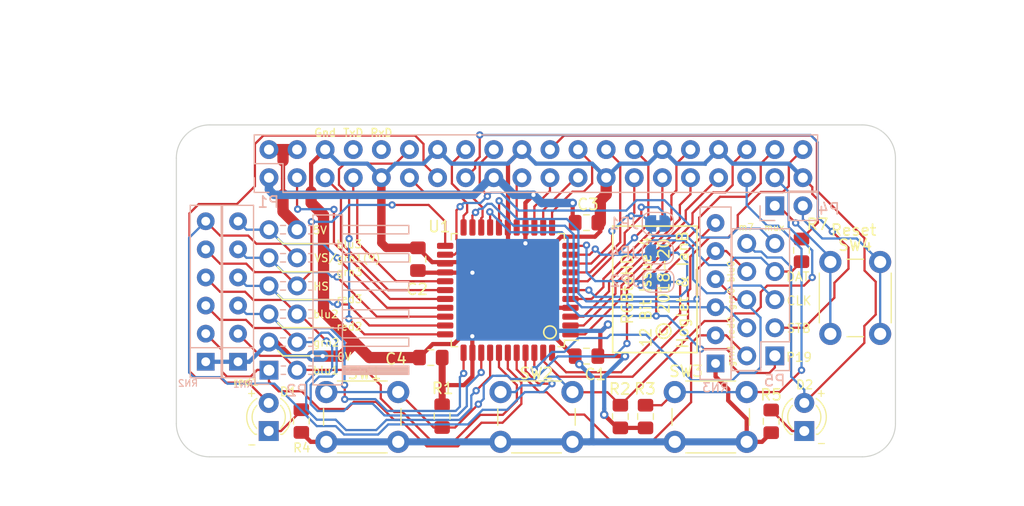
<source format=kicad_pcb>
(kicad_pcb (version 20221018) (generator pcbnew)
  (layers (0 "F.Cu" signal) (31 "B.Cu" signal) (34 "B.Paste" user) (35 "F.Paste" user) (36 "B.SilkS" user "B.Silkscreen") (37 "F.SilkS" user "F.Silkscreen") (38 "B.Mask" user) (39 "F.Mask" user) (44 "Edge.Cuts" user))
  (net 0 "")
  (net 1 "/3V3")
  (net 2 "/GPIO19")
  (net 3 "/GPIO16")
  (net 4 "/GPIO26")
  (net 5 "Net-(P4-Pad1)")
  (net 6 "Net-(P4-Pad2)")
  (net 7 "Net-(D1-Pad1)")
  (net 8 "Net-(D2-Pad1)")
  (net 9 "/VCC")
  (net 10 "/GND")
  (net 11 "/SYNC")
  (net 12 "/VSYNC")
  (net 13 "/RxD")
  (net 14 "/TxD")
  (net 15 "/DETECT")
  (net 16 "/SPDATA")
  (net 17 "/SPCLK")
  (net 18 "/CLKEN")
  (net 19 "/R1")
  (net 20 "/B1")
  (net 21 "/G2")
  (net 22 "/R2")
  (net 23 "/B2")
  (net 24 "/R3")
  (net 25 "/G3")
  (net 26 "/B3")
  (net 27 "/B0")
  (net 28 "/G0")
  (net 29 "/R0")
  (net 30 "/G1")
  (net 31 "/GPIO27_genlock")
  (net 32 "/GPIO25_mode7")
  (net 33 "/GPIO0_sp_data")
  (net 34 "/GPIO20_sp_clk")
  (net 35 "/GPIO1_sp_clken")
  (net 36 "/GPIO17_psync")
  (net 37 "/GPIO18_Version")
  (net 38 "/GPIO22_analog")
  (net 39 "/GPIO24_mux")
  (net 40 "/GPIO21_clk")
  (net 41 "/GPIO2_Q00")
  (net 42 "/GPIO3_Q01")
  (net 43 "/GPIO4_Q02")
  (net 44 "/GPIO10_Q08")
  (net 45 "/GPIO9_Q07")
  (net 46 "/GPIO11_Q09")
  (net 47 "/GPIO8_Q06")
  (net 48 "/GPIO7_Q05")
  (net 49 "/GPIO5_Q03")
  (net 50 "/GPIO6_Q04")
  (net 51 "/GPIO12_Q10")
  (net 52 "/GPIO13_Q11")
  (net 53 "/GPIO23_csync")
  (footprint "RPi_Hat:RPi_Hat_Mounting_Hole" (layer "F.Cu") (at 77.5 28)
    (fp_text reference "" hide)
    (fp_text value "" hide)
  )
  (footprint "RPi_Hat:RPi_Hat_Mounting_Hole" (layer "F.Cu") (at 19.5 28)
    (fp_text reference "" hide)
    (fp_text value "" hide)
  )
  (footprint "RPi_Hat:RPi_Hat_Mounting_Hole" (layer "F.Cu") (at 77.5 51)
    (fp_text reference "" hide)
    (fp_text value "" hide)
  )
  (footprint "RPi_Hat:RPi_Hat_Mounting_Hole" (layer "F.Cu") (at 19.5 51)
    (fp_text reference "" hide)
    (fp_text value "" hide)
  )
  (footprint "Capacitor_SMD:C_0805_2012Metric_Pad1.15x1.40mm_HandSolder" (layer "F.Cu") (at 53.074 45.39996 180)
    (fp_text reference "C1")
    (fp_text value "10uF")
  )
  (footprint "Capacitor_SMD:C_0805_2012Metric_Pad1.15x1.40mm_HandSolder" (layer "F.Cu") (at 37.834 36.63696 90)
    (fp_text reference "C2")
    (fp_text value "100nF")
  )
  (footprint "Capacitor_SMD:C_0805_2012Metric_Pad1.15x1.40mm_HandSolder" (layer "F.Cu") (at 53.074 33.33496)
    (fp_text reference "C3")
    (fp_text value "100nF")
  )
  (footprint "Capacitor_SMD:C_0805_2012Metric_Pad1.15x1.40mm_HandSolder" (layer "F.Cu") (at 39.0024 45.52696 180)
    (fp_text reference "C4")
    (fp_text value "100nF")
  )
  (footprint "Resistor_SMD:R_0805_2012Metric_Pad1.15x1.40mm_HandSolder" (layer "F.Cu") (at 40.0236 50.82656 -90)
    (fp_text reference "R1")
    (fp_text value "1K")
  )
  (footprint "Resistor_SMD:R_0805_2012Metric_Pad1.15x1.40mm_HandSolder" (layer "F.Cu") (at 56.1347 50.86096 90)
    (fp_text reference "R2")
    (fp_text value "1K")
  )
  (footprint "Resistor_SMD:R_0805_2012Metric_Pad1.15x1.40mm_HandSolder" (layer "F.Cu") (at 58.408 50.86096 90)
    (fp_text reference "R3")
    (fp_text value "1K")
  )
  (footprint "Resistor_SMD:R_0805_2012Metric_Pad1.15x1.40mm_HandSolder" (layer "F.Cu") (at 27.2982 51.26736 -90)
    (fp_text reference "R4")
    (fp_text value "1K")
  )
  (footprint "Resistor_SMD:R_0805_2012Metric_Pad1.15x1.40mm_HandSolder" (layer "F.Cu") (at 69.767 51.29276 -90)
    (fp_text reference "R5")
    (fp_text value "1K")
  )
  (footprint "Button_Switch_THT:SW_PUSH_6mm_H5mm" (layer "F.Cu") (at 36.056 53.14696 180)
    (fp_text reference "SW1")
    (fp_text value "SW_PUSH")
  )
  (footprint "Button_Switch_THT:SW_PUSH_6mm_H5mm" (layer "F.Cu") (at 51.804 53.14696 180)
    (fp_text reference "SW2")
    (fp_text value "SW_PUSH")
  )
  (footprint "Button_Switch_THT:SW_PUSH_6mm_H5mm" (layer "F.Cu") (at 67.552 53.14696 180)
    (fp_text reference "SW3")
    (fp_text value "SW_PUSH")
  )
  (footprint "Button_Switch_THT:SW_PUSH_6mm_H5mm" (layer "F.Cu") (at 79.617 36.89096 -90)
    (fp_text reference "SW4")
    (fp_text value "SW_PUSH")
  )
  (footprint "Package_QFP:LQFP-44_10x10mm_P0.8mm" (layer "F.Cu") (at 45.962 39.43096 180)
    (fp_text reference "U1")
    (fp_text value "XC9572XL-VQFP44")
  )
  (footprint "Resistor_SMD:R_0805_2012Metric_Pad1.15x1.40mm_HandSolder" (layer "F.Cu") (at 72.50766 35.83686 90)
    (fp_text reference "R7")
    (fp_text value "1K")
  )
  (footprint "LED_THT:LED_D3.0mm" (layer "F.Cu") (at 24.349 52.17096 90)
    (fp_text reference "D1")
    (fp_text value "LED")
  )
  (footprint "LED_THT:LED_D3.0mm" (layer "F.Cu") (at 72.759 52.17096 90)
    (fp_text reference "D2")
    (fp_text value "LED")
  )
  (footprint "Jumper:SolderJumper-2_P1.3mm_Bridged_RoundedPad1.0x1.5mm" (layer "B.Cu") (at 59.5712 38.61816)
    (fp_text reference "JP2")
    (fp_text value "SolderJumper_2_Bridged")
  )
  (footprint "Jumper:SolderJumper-2_P1.3mm_Bridged_RoundedPad1.0x1.5mm" (layer "B.Cu") (at 59.5204 33.41116)
    (fp_text reference "JP1")
    (fp_text value "SolderJumper_2_Bridged")
  )
  (footprint "Jumper:SolderJumper-2_P1.3mm_Bridged_RoundedPad1.0x1.5mm" (layer "B.Cu") (at 59.5204 36.05276)
    (fp_text reference "JP4")
    (fp_text value "SolderJumper_2_Bridged")
  )
  (footprint "Resistor_THT:R_Array_SIP6" (layer "B.Cu") (at 21.578 45.90796 90)
    (fp_text reference "RN1")
    (fp_text value "4K7")
  )
  (footprint "Resistor_THT:R_Array_SIP6" (layer "B.Cu") (at 18.657 45.90796 90)
    (fp_text reference "RN2")
    (fp_text value "4K7")
  )
  (footprint "Connector_PinSocket_2.54mm:PinSocket_2x20_P2.54mm_Vertical_Custom" (layer "B.Cu") (at 24.372 29.27096 -90)
    (fp_text reference "P1")
    (fp_text value "CONN_02X20")
  )
  (footprint "Connector_PinSocket_2.54mm:PinSocket_1x02_P2.54mm_Vertical_Custom" (layer "B.Cu") (at 70.092 31.81096 -90)
    (fp_text reference "P4")
    (fp_text value "CONN_01X02")
  )
  (footprint "Connector_PinHeader_2.54mm:PinHeader_2x06_P2.54mm_Horizontal" (layer "B.Cu") (at 24.372 46.66996)
    (fp_text reference "P2")
    (fp_text value "Conn_02x06_Odd_Even")
  )
  (footprint "Connector_PinSocket_2.54mm:PinSocket_2x05_P2.54mm_Vertical" (layer "B.Cu") (at 70.0972 45.37456)
    (fp_text reference "P5")
    (fp_text value "Conn_02x05_Odd_Even")
  )
  (footprint "Resistor_THT:R_Array_SIP6" (layer "B.Cu") (at 64.7378 46.06036 90)
    (fp_text reference "RN3")
    (fp_text value "4K7")
  )
  (gr_line (start 63.0614 45.07496) (end 55.4414 45.07496) (stroke (width 0.15)) (layer "F.SilkS"))
  (gr_line (start 25.6218 42.83456) (end 25.1646 42.37736) (stroke (width 0.15)) (layer "F.SilkS"))
  (gr_line (start 30.1938 45.37456) (end 26.1298 45.37456) (stroke (width 0.15)) (layer "F.SilkS"))
  (gr_line (start 30.1938 40.29456) (end 26.1298 40.29456) (stroke (width 0.15)) (layer "F.SilkS"))
  (gr_circle (center 49.772 43.24096) (end 50.28 43.49496) (stroke (width 0.15)) (fill none) (layer "F.SilkS"))
  (gr_line (start 30.1938 37.77996) (end 26.1298 37.77996) (stroke (width 0.15)) (layer "F.SilkS"))
  (gr_line (start 26.15 35.23996) (end 25.642 35.23996) (stroke (width 0.15)) (layer "F.SilkS"))
  (gr_line (start 26.15 45.37456) (end 25.642 45.37456) (stroke (width 0.15)) (layer "F.SilkS"))
  (gr_line (start 25.642 45.37456) (end 25.19 44.91736) (stroke (width 0.15)) (layer "F.SilkS"))
  (gr_line (start 30.1938 42.83456) (end 26.1298 42.83456) (stroke (width 0.15)) (layer "F.SilkS"))
  (gr_line (start 63.0614 33.64496) (end 63.0614 45.07496) (stroke (width 0.15)) (layer "F.SilkS"))
  (gr_line (start 25.6218 37.77996) (end 25.1646 37.32276) (stroke (width 0.15)) (layer "F.SilkS"))
  (gr_line (start 55.4414 33.64496) (end 63.0614 33.64496) (stroke (width 0.15)) (layer "F.SilkS"))
  (gr_line (start 30.1938 35.23996) (end 26.1298 35.23996) (stroke (width 0.15)) (layer "F.SilkS"))
  (gr_line (start 25.642 35.23996) (end 25.1848 34.78276) (stroke (width 0.15)) (layer "F.SilkS"))
  (gr_line (start 55.4414 45.07496) (end 55.4414 33.64496) (stroke (width 0.15)) (layer "F.SilkS"))
  (gr_line (start 26.15 42.83456) (end 25.642 42.83456) (stroke (width 0.15)) (layer "F.SilkS"))
  (gr_line (start 26.15 37.77996) (end 25.642 37.77996) (stroke (width 0.15)) (layer "F.SilkS"))
  (gr_line (start 25.6218 40.29456) (end 25.1646 39.83736) (stroke (width 0.15)) (layer "F.SilkS"))
  (gr_line (start 26.1754 40.29456) (end 25.642 40.29456) (stroke (width 0.15)) (layer "F.SilkS"))
  (gr_arc (start 19 54.5) (mid 16.87868 53.62132) (end 16 51.5) (stroke (width 0.1)) (layer "Edge.Cuts"))
  (gr_arc (start 81 51.5) (mid 80.12132 53.62132) (end 78 54.5) (stroke (width 0.1)) (layer "Edge.Cuts"))
  (gr_arc (start 16 27.5) (mid 16.87868 25.37868) (end 19 24.5) (stroke (width 0.1)) (layer "Edge.Cuts"))
  (gr_arc (start 78 24.5) (mid 80.12132 25.37868) (end 81 27.5) (stroke (width 0.1)) (layer "Edge.Cuts"))
  (gr_line (start 16 27.5) (end 16 51.5) (stroke (width 0.1)) (layer "Edge.Cuts"))
  (gr_line (start 19 24.5) (end 78 24.5) (stroke (width 0.1)) (layer "Edge.Cuts"))
  (gr_line (start 81 27.5) (end 81 51.5) (stroke (width 0.1)) (layer "Edge.Cuts"))
  (gr_line (start 19 54.5) (end 78 54.5) (stroke (width 0.1)) (layer "Edge.Cuts"))
  (gr_text "m7" (at 67.5064 33.74136) (layer "F.SilkS") (effects (font (size 0.6 0.6) (thickness 0.1))))
  (gr_text "+" (at 74.2882 48.72736) (layer "F.SilkS") (effects (font (size 0.7 0.7) (thickness 0.11))))
  (gr_text "grn2" (at 29.5588 44.18076) (layer "F.SilkS") (effects (font (size 0.7 0.7) (thickness 0.11))))
  (gr_text "CLK" (at 72.2816 40.39616) (layer "F.SilkS") (effects (font (size 0.8 0.8) (thickness 0.12))))
  (gr_text "RGBtoHD" (at 56.7622 39.33456 90) (layer "F.SilkS") (effects (font (size 1 0.98))))
  (gr_text "blu1" (at 29.508 46.69536) (layer "F.SilkS") (effects (font (size 0.7 0.7) (thickness 0.11))))
  (gr_text "HS" (at 29.0762 39.10076) (layer "F.SilkS") (effects (font (size 0.7 0.7) (thickness 0.11))))
  (gr_text "STB" (at 72.2562 42.88536) (layer "F.SilkS") (effects (font (size 0.8 0.8) (thickness 0.12))))
  (gr_text "red1" (at 22.2944 47.71136) (layer "F.SilkS") (effects (font (size 0.7 0.7) (thickness 0.11))))
  (gr_text "0V" (at 31.1844 45.45076) (layer "F.SilkS") (effects (font (size 0.7 0.7) (thickness 0.11))))
  (gr_text "-" (at 74.3136 53.24856) (layer "F.SilkS") (effects (font (size 0.7 0.7) (thickness 0.11))))
  (gr_text "12 Bit Issue 4." (at 58.43606 39.37254 90) (layer "F.SilkS") (effects (font (size 1 0.9))))
  (gr_text "RxD" (at 34.532 25.20696) (layer "F.SilkS") (effects (font (size 0.7 0.7) (thickness 0.13))))
  (gr_text "Hoglet & IanB" (at 61.766 39.41076 90) (layer "F.SilkS") (effects (font (size 1 0.98))))
  (gr_text "red0" (at 66.1348 42.83456 90) (layer "F.SilkS") (effects (font (size 0.6 0.6) (thickness 0.1))))
  (gr_text "Reset" (at 77.21428 34.00806) (layer "F.SilkS") (effects (font (size 1 1))))
  (gr_text "DAT" (at 72.16984 38.22446) (layer "F.SilkS") (effects (font (size 0.8 0.8) (thickness 0.12))))
  (gr_text "grn3" (at 31.6416 37.80536) (layer "F.SilkS") (effects (font (size 0.7 0.7) (thickness 0.11))))
  (gr_text "Gnd" (at 29.452 25.20696) (layer "F.SilkS") (effects (font (size 0.7 0.7) (thickness 0.13))))
  (gr_text "VS/grn1(9)" (at 31.4638 36.53536) (layer "F.SilkS") (effects (font (size 0.7 0.7) (thickness 0.11))))
  (gr_text "blu0" (at 66.1348 37.75456 90) (layer "F.SilkS") (effects (font (size 0.6 0.6) (thickness 0.1))))
  (gr_text "grn0" (at 66.1348 40.21836 90) (layer "F.SilkS") (effects (font (size 0.6 0.6) (thickness 0.1))))
  (gr_text "5V" (at 28.9746 34.02076) (layer "F.SilkS") (effects (font (size 0.7 0.7) (thickness 0.11))))
  (gr_text "-" (at 22.8278 53.37556) (layer "F.SilkS") (effects (font (size 0.7 0.7) (thickness 0.11))))
  (gr_text "blu2" (at 29.508 41.61536) (layer "F.SilkS") (effects (font (size 0.7 0.7) (thickness 0.11))))
  (gr_text "blu3" (at 31.6162 35.29076) (layer "F.SilkS") (effects (font (size 0.7 0.7) (thickness 0.11))))
  (gr_text "grn1" (at 66.1348 45.34916 90) (layer "F.SilkS") (effects (font (size 0.6 0.6) (thickness 0.1))))
  (gr_text "red2" (at 31.6416 42.73296) (layer "F.SilkS") (effects (font (size 0.7 0.7) (thickness 0.11))))
  (gr_text "P19" (at 72.27652 45.50156) (layer "F.SilkS") (effects (font (size 0.8 0.8) (thickness 0.12))))
  (gr_text "mux" (at 70.0464 33.76676) (layer "F.SilkS") (effects (font (size 0.6 0.6) (thickness 0.1))))
  (gr_text "TxD" (at 31.992 25.20696) (layer "F.SilkS") (effects (font (size 0.7 0.7) (thickness 0.13))))
  (gr_text "red3" (at 31.6416 40.24376) (layer "F.SilkS") (effects (font (size 0.7 0.7) (thickness 0.11))))
  (gr_text "© 2018-20" (at 60.0642 39.35996 90) (layer "F.SilkS") (effects (font (size 1 0.98))))
  (gr_text "+" (at 22.8024 48.72736) (layer "F.SilkS") (effects (font (size 0.7 0.7) (thickness 0.11))))
  (segment (start 51.824 33.52896) (end 51.824 33.33496) (width 0.381) (layer "F.Cu") (net 1))
  (segment (start 51.824 31.56236) (end 51.8294 31.55696) (width 0.381) (layer "F.Cu") (net 1))
  (segment (start 42.222785 37.85616) (end 41.7456 37.85616) (width 0.381) (layer "F.Cu") (net 1))
  (segment (start 40.0274 49.79776) (end 40.0236 49.80156) (width 0.635) (layer "F.Cu") (net 1))
  (segment (start 37.8648 37.85616) (end 41.7456 37.85616) (width 0.381) (layer "F.Cu") (net 1))
  (segment (start 47.552 35.20096) (end 47.552 31.54696) (width 0.381) (layer "F.Cu") (net 1))
  (segment (start 55.8643 51.88596) (end 55.055199 51.076859) (width 0.381) (layer "F.Cu") (net 1))
  (segment (start 47.897601 31.201359) (end 48.2786 30.82036) (width 0.381) (layer "F.Cu") (net 1))
  (segment (start 40.0274 48.01996) (end 40.0274 49.79776) (width 0.635) (layer "F.Cu") (net 1))
  (segment (start 58.408 52.21096) (end 58.408 52.13096) (width 0.381) (layer "F.Cu") (net 1))
  (segment (start 40.0274 45.52696) (end 40.0274 48.01996) (width 0.635) (layer "F.Cu") (net 1))
  (segment (start 42.7616 37.85616) (end 42.222785 37.85616) (width 0.381) (layer "F.Cu") (net 1))
  (segment (start 41.7456 37.85616) (end 42.166596 37.85616) (width 0.381) (layer "F.Cu") (net 1))
  (segment (start 54.324 45.39996) (end 54.324 43.235562) (width 0.381) (layer "F.Cu") (net 1))
  (segment (start 47.552 31.54696) (end 47.897601 31.201359) (width 0.381) (layer "F.Cu") (net 1))
  (segment (start 42.762 47.239623) (end 41.981663 48.01996) (width 0.381) (layer "F.Cu") (net 1))
  (segment (start 58.408 51.88596) (end 55.8643 51.88596) (width 0.381) (layer "F.Cu") (net 1))
  (segment (start 54.636101 42.923461) (end 55.0171 42.542462) (width 0.381) (layer "F.Cu") (net 1))
  (segment (start 55.055199 51.076859) (end 54.6742 50.69586) (width 0.381) (layer "F.Cu") (net 1))
  (segment (start 58.408 52.21096) (end 58.582 52.21096) (width 0.381) (layer "F.Cu") (net 1))
  (segment (start 42.752 45.08346) (end 42.762 45.09346) (width 0.381) (layer "F.Cu") (net 1))
  (segment (start 37.834 37.88696) (end 37.8648 37.85616) (width 0.381) (layer "F.Cu") (net 1))
  (segment (start 51.824 33.33496) (end 51.824 31.56236) (width 0.381) (layer "F.Cu") (net 1))
  (segment (start 58.083 51.88596) (end 58.408 52.21096) (width 0.381) (layer "F.Cu") (net 1))
  (segment (start 54.324 43.235562) (end 54.636101 42.923461) (width 0.381) (layer "F.Cu") (net 1))
  (segment (start 42.762 45.09346) (end 42.762 47.239623) (width 0.381) (layer "F.Cu") (net 1))
  (segment (start 41.981663 48.01996) (end 40.0274 48.01996) (width 0.381) (layer "F.Cu") (net 1))
  (segment (start 54.099 45.39996) (end 56.5411 45.39996) (width 0.381) (layer "F.Cu") (net 1))
  (segment (start 42.752 43.60096) (end 42.752 45.08346) (width 0.381) (layer "F.Cu") (net 1))
  (segment (start 56.5411 45.39996) (end 56.549784 45.408644) (width 0.381) (layer "F.Cu") (net 1))
  (via (at 56.549784 45.408644) (size 0.762) (drill 0.381) (layers "F.Cu" "B.Cu") (net 1))
  (via (at 55.0171 42.542462) (size 0.762) (drill 0.381) (layers "F.Cu" "B.Cu") (net 1))
  (via (at 42.752 43.60096) (size 0.762) (drill 0.381) (layers "F.Cu" "B.Cu") (net 1))
  (via (at 54.6742 50.69586) (size 0.762) (drill 0.381) (layers "F.Cu" "B.Cu") (net 1))
  (via (at 47.552 35.20096) (size 0.762) (drill 0.381) (layers "F.Cu" "B.Cu") (net 1))
  (via (at 51.8294 31.55696) (size 0.762) (drill 0.381) (layers "F.Cu" "B.Cu") (net 1))
  (via (at 42.7616 37.85616) (size 0.762) (drill 0.381) (layers "F.Cu" "B.Cu") (net 1))
  (via (at 48.2786 30.82036) (size 0.762) (drill 0.381) (layers "F.Cu" "B.Cu") (net 1))
  (segment (start 47.552 35.20096) (end 43.802 38.95096) (width 0.381) (layer "B.Cu") (net 1))
  (segment (start 43.802 38.95096) (end 42.752 38.95096) (width 0.381) (layer "B.Cu") (net 1))
  (segment (start 42.752 38.95096) (end 42.752 43.60096) (width 0.381) (layer "B.Cu") (net 1))
  (segment (start 55.0171 42.542462) (end 54.445602 43.11396) (width 0.381) (layer "B.Cu") (net 1))
  (segment (start 51.8294 31.55696) (end 49.0152 31.55696) (width 0.762) (layer "B.Cu") (net 1))
  (segment (start 56.549784 45.408644) (end 54.6742 47.284228) (width 0.381) (layer "B.Cu") (net 1))
  (segment (start 44.692 29.27096) (end 44.9512 29.27096) (width 0.762) (layer "B.Cu") (net 1))
  (segment (start 54.6742 50.157045) (end 54.6742 50.69586) (width 0.381) (layer "B.Cu") (net 1))
  (segment (start 47.739785 30.82036) (end 48.2786 30.82036) (width 0.762) (layer "B.Cu") (net 1))
  (segment (start 42.8938 30.82036) (end 24.8344 30.82036) (width 0.762) (layer "B.Cu") (net 1))
  (segment (start 46.399 43.59656) (end 42.7564 43.59656) (width 0.381) (layer "B.Cu") (net 1))
  (segment (start 44.4432 29.27096) (end 42.8938 30.82036) (width 0.762) (layer "B.Cu") (net 1))
  (segment (start 44.9512 29.27096) (end 46.5006 30.82036) (width 0.762) (layer "B.Cu") (net 1))
  (segment (start 54.445602 43.11396) (end 46.8816 43.11396) (width 0.381) (layer "B.Cu") (net 1))
  (segment (start 48.659599 31.201359) (end 48.2786 30.82036) (width 0.762) (layer "B.Cu") (net 1))
  (segment (start 46.8816 43.11396) (end 46.399 43.59656) (width 0.381) (layer "B.Cu") (net 1))
  (segment (start 24.8344 30.82036) (end 24.372 30.35796) (width 0.762) (layer "B.Cu") (net 1))
  (segment (start 44.692 29.27096) (end 44.4432 29.27096) (width 0.762) (layer "B.Cu") (net 1))
  (segment (start 54.6742 47.284228) (end 54.6742 50.157045) (width 0.381) (layer "B.Cu") (net 1))
  (segment (start 42.7564 43.59656) (end 42.752 43.60096) (width 0.381) (layer "B.Cu") (net 1))
  (segment (start 42.752 37.86576) (end 42.7616 37.85616) (width 0.381) (layer "B.Cu") (net 1))
  (segment (start 46.5006 30.82036) (end 47.739785 30.82036) (width 0.762) (layer "B.Cu") (net 1))
  (segment (start 49.0152 31.55696) (end 48.659599 31.201359) (width 0.762) (layer "B.Cu") (net 1))
  (segment (start 42.752 38.95096) (end 42.752 37.86576) (width 0.381) (layer "B.Cu") (net 1))
  (segment (start 24.372 30.35796) (end 24.372 29.27096) (width 0.762) (layer "B.Cu") (net 1))
  (segment (start 70.5332 48.64696) (end 67.552 48.64696) (width 0.2032) (layer "F.Cu") (net 2))
  (segment (start 59.863 49.83596) (end 58.408 49.83596) (width 0.2032) (layer "F.Cu") (net 2))
  (segment (start 72.5102 46.66996) (end 70.5332 48.64696) (width 0.2032) (layer "F.Cu") (net 2))
  (segment (start 61.052 48.64696) (end 59.863 49.83596) (width 0.2032) (layer "F.Cu") (net 2))
  (via (at 72.5102 46.66996) (size 0.6604) (drill 0.3048) (layers "F.Cu" "B.Cu") (net 2))
  (segment (start 72.5102 38.211756) (end 72.5102 46.66996) (width 0.2032) (layer "B.Cu") (net 2))
  (segment (start 67.552 31.75496) (end 69.4114 33.61436) (width 0.2032) (layer "B.Cu") (net 2))
  (segment (start 67.552 29.27096) (end 67.552 31.75496) (width 0.2032) (layer "B.Cu") (net 2))
  (segment (start 72.5102 35.708274) (end 72.5102 38.211756) (width 0.2032) (layer "B.Cu") (net 2))
  (segment (start 67.5478 48.65116) (end 67.552 48.64696) (width 0.2032) (layer "B.Cu") (net 2))
  (segment (start 61.0562 48.65116) (end 67.5478 48.65116) (width 0.2032) (layer "B.Cu") (net 2))
  (segment (start 61.052 48.64696) (end 61.0562 48.65116) (width 0.2032) (layer "B.Cu") (net 2))
  (segment (start 69.4114 33.61436) (end 70.416286 33.61436) (width 0.2032) (layer "B.Cu") (net 2))
  (segment (start 70.416286 33.61436) (end 72.5102 35.708274) (width 0.2032) (layer "B.Cu") (net 2))
  (segment (start 56.7316 39.32936) (end 62.65501 33.40595) (width 0.2032) (layer "F.Cu") (net 3))
  (segment (start 36.056 48.64696) (end 39.2606 51.85156) (width 0.2032) (layer "F.Cu") (net 3))
  (segment (start 40.0236 51.85156) (end 41.192 51.85156) (width 0.2032) (layer "F.Cu") (net 3))
  (segment (start 64.534633 30.591727) (end 65.626833 30.591727) (width 0.2032) (layer "F.Cu") (net 3))
  (segment (start 66.282 29.93656) (end 66.282 28.00096) (width 0.2032) (layer "F.Cu") (net 3))
  (segment (start 39.2606 51.85156) (end 40.0236 51.85156) (width 0.2032) (layer "F.Cu") (net 3))
  (segment (start 66.282 28.00096) (end 67.552 26.73096) (width 0.2032) (layer "F.Cu") (net 3))
  (segment (start 56.7316 44.25696) (end 56.7316 39.32936) (width 0.2032) (layer "F.Cu") (net 3))
  (segment (start 65.626833 30.591727) (end 66.282 29.93656) (width 0.2032) (layer "F.Cu") (net 3))
  (segment (start 42.970001 50.073559) (end 43.3002 49.74336) (width 0.2032) (layer "F.Cu") (net 3))
  (segment (start 62.65501 32.47135) (end 64.534633 30.591727) (width 0.2032) (layer "F.Cu") (net 3))
  (segment (start 41.192 51.85156) (end 42.970001 50.073559) (width 0.2032) (layer "F.Cu") (net 3))
  (segment (start 62.65501 33.40595) (end 62.65501 32.47135) (width 0.2032) (layer "F.Cu") (net 3))
  (via (at 43.3002 49.74336) (size 0.6604) (drill 0.3048) (layers "F.Cu" "B.Cu") (net 3))
  (via (at 56.7316 44.25696) (size 0.6604) (drill 0.3048) (layers "F.Cu" "B.Cu") (net 3))
  (segment (start 43.7828 47.99076) (end 43.7828 49.26076) (width 0.2032) (layer "B.Cu") (net 3))
  (segment (start 48.421541 47.466819) (end 50.46299 45.42537) (width 0.2032) (layer "B.Cu") (net 3))
  (segment (start 43.630399 49.413161) (end 43.3002 49.74336) (width 0.2032) (layer "B.Cu") (net 3))
  (segment (start 46.250859 47.466819) (end 48.421541 47.466819) (width 0.2032) (layer "B.Cu") (net 3))
  (segment (start 45.962 47.17796) (end 46.250859 47.466819) (width 0.2032) (layer "B.Cu") (net 3))
  (segment (start 55.56319 45.42537) (end 56.401401 44.587159) (width 0.2032) (layer "B.Cu") (net 3))
  (segment (start 35.603 48.19396) (end 36.056 48.64696) (width 0.2032) (layer "B.Cu") (net 3))
  (segment (start 56.401401 44.587159) (end 56.7316 44.25696) (width 0.2032) (layer "B.Cu") (net 3))
  (segment (start 45.327 47.17796) (end 45.962 47.17796) (width 0.2032) (layer "B.Cu") (net 3))
  (segment (start 43.7828 49.26076) (end 43.630399 49.413161) (width 0.2032) (layer "B.Cu") (net 3))
  (segment (start 45.327 47.17796) (end 44.5956 47.17796) (width 0.2032) (layer "B.Cu") (net 3))
  (segment (start 29.556 48.64696) (end 36.056 48.64696) (width 0.2032) (layer "B.Cu") (net 3))
  (segment (start 29.556 48.64696) (end 30.009 48.19396) (width 0.2032) (layer "B.Cu") (net 3))
  (segment (start 50.46299 45.42537) (end 55.56319 45.42537) (width 0.2032) (layer "B.Cu") (net 3))
  (segment (start 44.5956 47.17796) (end 43.7828 47.99076) (width 0.2032) (layer "B.Cu") (net 3))
  (segment (start 45.327 47.17796) (end 44.924589 47.17796) (width 0.2032) (layer "B.Cu") (net 3))
  (segment (start 66.4904 41.53916) (end 68.243 41.53916) (width 0.2032) (layer "F.Cu") (net 4))
  (segment (start 51.8209 48.66386) (end 54.9626 48.66386) (width 0.2032) (layer "F.Cu") (net 4))
  (segment (start 65.8046 42.22496) (end 66.4904 41.53916) (width 0.2032) (layer "F.Cu") (net 4))
  (segment (start 51.804 48.64696) (end 51.8209 48.66386) (width 0.2032) (layer "F.Cu") (net 4))
  (segment (start 69.4114 39.02456) (end 72.7388 39.02456) (width 0.2032) (layer "F.Cu") (net 4))
  (segment (start 68.8272 40.95496) (end 68.8272 39.60876) (width 0.2032) (layer "F.Cu") (net 4))
  (segment (start 68.8272 39.60876) (end 69.4114 39.02456) (width 0.2032) (layer "F.Cu") (net 4))
  (segment (start 54.9626 48.66386) (end 56.1347 49.83596) (width 0.2032) (layer "F.Cu") (net 4))
  (segment (start 51.804 48.64696) (end 51.986 48.64696) (width 0.2032) (layer "F.Cu") (net 4))
  (segment (start 68.243 41.53916) (end 68.8272 40.95496) (width 0.2032) (layer "F.Cu") (net 4))
  (segment (start 72.7388 39.02456) (end 73.145201 38.618159) (width 0.2032) (layer "F.Cu") (net 4))
  (segment (start 73.145201 38.618159) (end 73.4754 38.28796) (width 0.2032) (layer "F.Cu") (net 4))
  (segment (start 56.1347 49.83596) (end 63.7457 42.22496) (width 0.2032) (layer "F.Cu") (net 4))
  (segment (start 63.7457 42.22496) (end 65.8046 42.22496) (width 0.2032) (layer "F.Cu") (net 4))
  (via (at 73.4754 38.28796) (size 0.6604) (drill 0.3048) (layers "F.Cu" "B.Cu") (net 4))
  (segment (start 70.092 29.27096) (end 71.341799 30.520759) (width 0.2032) (layer "B.Cu") (net 4))
  (segment (start 73.4754 37.820987) (end 73.4754 38.28796) (width 0.2032) (layer "B.Cu") (net 4))
  (segment (start 71.341799 30.520759) (end 71.341799 33.715959) (width 0.2032) (layer "B.Cu") (net 4))
  (segment (start 45.304 48.64696) (end 46.6318 48.64696) (width 0.2032) (layer "B.Cu") (net 4))
  (segment (start 49.650199 47.254159) (end 50.411199 47.254159) (width 0.2032) (layer "B.Cu") (net 4))
  (segment (start 47.2372 48.04156) (end 48.862798 48.04156) (width 0.2032) (layer "B.Cu") (net 4))
  (segment (start 46.6318 48.64696) (end 47.2372 48.04156) (width 0.2032) (layer "B.Cu") (net 4))
  (segment (start 50.411199 47.254159) (end 50.804001 47.646961) (width 0.2032) (layer "B.Cu") (net 4))
  (segment (start 71.341799 33.715959) (end 73.4754 35.84956) (width 0.2032) (layer "B.Cu") (net 4))
  (segment (start 50.804001 47.646961) (end 51.804 48.64696) (width 0.2032) (layer "B.Cu") (net 4))
  (segment (start 48.862798 48.04156) (end 49.650199 47.254159) (width 0.2032) (layer "B.Cu") (net 4))
  (segment (start 73.4754 35.84956) (end 73.4754 37.820987) (width 0.2032) (layer "B.Cu") (net 4))
  (segment (start 70.092 31.81096) (end 70.4274 31.81096) (width 0.2032) (layer "F.Cu") (net 5))
  (segment (start 70.4274 31.81096) (end 71.9768 33.36036) (width 0.2032) (layer "F.Cu") (net 5))
  (via (at 71.9768 33.36036) (size 0.6604) (drill 0.3048) (layers "F.Cu" "B.Cu") (net 5))
  (segment (start 70.092 32.24696) (end 70.092 31.81096) (width 0.2032) (layer "B.Cu") (net 5))
  (segment (start 71.9768 33.36036) (end 75.117 36.50056) (width 0.2032) (layer "B.Cu") (net 5))
  (segment (start 75.117 36.50056) (end 75.117 36.89096) (width 0.2032) (layer "B.Cu") (net 5))
  (segment (start 75.117 43.643162) (end 75.117 36.89096) (width 0.2032) (layer "B.Cu") (net 5))
  (segment (start 75.117 36.89096) (end 75.117 43.39096) (width 0.2032) (layer "B.Cu") (net 5))
  (segment (start 78.617001 35.890961) (end 79.617 36.89096) (width 0.2032) (layer "B.Cu") (net 6))
  (segment (start 72.632 33.013041) (end 74.383918 34.764959) (width 0.2032) (layer "B.Cu") (net 6))
  (segment (start 79.617 36.89096) (end 79.617 43.39096) (width 0.2032) (layer "B.Cu") (net 6))
  (segment (start 72.632 31.81096) (end 72.632 33.013041) (width 0.2032) (layer "B.Cu") (net 6))
  (segment (start 77.490999 34.764959) (end 78.617001 35.890961) (width 0.2032) (layer "B.Cu") (net 6))
  (segment (start 74.383918 34.764959) (end 77.490999 34.764959) (width 0.2032) (layer "B.Cu") (net 6))
  (segment (start 24.349 52.17096) (end 25.4522 52.17096) (width 0.2032) (layer "F.Cu") (net 7))
  (segment (start 27.2982 50.32496) (end 27.2982 50.24236) (width 0.2032) (layer "F.Cu") (net 7))
  (segment (start 25.4522 52.17096) (end 27.2982 50.32496) (width 0.2032) (layer "F.Cu") (net 7))
  (segment (start 69.767 50.28216) (end 69.767 50.26776) (width 0.2032) (layer "F.Cu") (net 8))
  (segment (start 72.759 52.17096) (end 71.6558 52.17096) (width 0.2032) (layer "F.Cu") (net 8))
  (segment (start 71.6558 52.17096) (end 69.767 50.28216) (width 0.2032) (layer "F.Cu") (net 8))
  (segment (start 25.642 32.06496) (end 25.642 30.79496) (width 1.016) (layer "F.Cu") (net 9))
  (segment (start 25.642 32.336234) (end 25.642 32.06496) (width 1.016) (layer "F.Cu") (net 9))
  (segment (start 25.642 26.73096) (end 26.912 26.73096) (width 1.016) (layer "F.Cu") (net 9))
  (segment (start 24.372 26.73096) (end 25.642 26.73096) (width 1.016) (layer "F.Cu") (net 9))
  (segment (start 26.912 33.606234) (end 25.642 32.336234) (width 1.016) (layer "F.Cu") (net 9))
  (segment (start 25.642 29.34716) (end 25.642 27.74696) (width 0.381) (layer "F.Cu") (net 9))
  (segment (start 26.912 33.96996) (end 26.912 33.606234) (width 1.016) (layer "F.Cu") (net 9))
  (segment (start 25.642 30.79496) (end 25.642 29.34716) (width 0.381) (layer "F.Cu") (net 9))
  (segment (start 25.642 26.73096) (end 25.642 27.74696) (width 1.016) (layer "F.Cu") (net 9))
  (segment (start 28.182 28.00096) (end 28.182 30.54096) (width 0.381) (layer "F.Cu") (net 10))
  (segment (start 54.852 30.79496) (end 54.324 31.32296) (width 1.016) (layer "F.Cu") (net 10))
  (segment (start 54.324 31.32296) (end 54.324 33.33496) (width 1.016) (layer "F.Cu") (net 10))
  (segment (start 45.962 36.89096) (end 48.756 39.68496) (width 0.381) (layer "F.Cu") (net 10))
  (segment (start 50.102 41.03096) (end 51.812 41.03096) (width 0.381) (layer "F.Cu") (net 10))
  (segment (start 45.962 37.03096) (end 45.962 36.89096) (width 0.381) (layer "F.Cu") (net 10))
  (segment (start 54.324 34.11696) (end 53.836 34.60496) (width 0.381) (layer "F.Cu") (net 10))
  (segment (start 53.836 34.60496) (end 50.788 34.60496) (width 0.381) (layer "F.Cu") (net 10))
  (segment (start 50.788 34.60496) (end 48.362 37.03096) (width 0.381) (layer "F.Cu") (net 10))
  (segment (start 48.362 37.03096) (end 45.962 37.03096) (width 0.381) (layer "F.Cu") (net 10))
  (segment (start 48.756 39.68496) (end 50.102 41.03096) (width 0.381) (layer "F.Cu") (net 10))
  (segment (start 51.824 45.29296) (end 50.102 43.57096) (width 0.381) (layer "F.Cu") (net 10))
  (segment (start 50.102 43.57096) (end 50.102 41.03096) (width 0.381) (layer "F.Cu") (net 10))
  (segment (start 72.734485 34.681555) (end 72.80484 34.6112) (width 0.2032) (layer "F.Cu") (net 10))
  (segment (start 28.182 30.54096) (end 28.182 31.543646) (width 1.016) (layer "F.Cu") (net 10))
  (segment (start 29.452 26.73096) (end 28.182 28.00096) (width 0.381) (layer "F.Cu") (net 10))
  (segment (start 45.962 36.89096) (end 45.979399 36.873561) (width 0.381) (layer "F.Cu") (net 10))
  (segment (start 73.481999 30.750759) (end 73.9834 31.25216) (width 0.2032) (layer "F.Cu") (net 10))
  (segment (start 73.9834 33.33612) (end 73.131032 34.188488) (width 0.2032) (layer "F.Cu") (net 10))
  (segment (start 39.1802 44.30776) (end 41.0852 44.30776) (width 0.381) (layer "F.Cu") (net 10))
  (segment (start 41.771 43.62196) (end 41.771 40.70096) (width 0.381) (layer "F.Cu") (net 10))
  (segment (start 28.1528 53.14696) (end 27.2982 52.29236) (width 0.381) (layer "F.Cu") (net 10))
  (segment (start 37.834 35.38696) (end 37.834 35.61296) (width 0.381) (layer "F.Cu") (net 10))
  (segment (start 52.049 45.74656) (end 52.4263 46.12386) (width 0.381) (layer "F.Cu") (net 10))
  (segment (start 37.6 45.78096) (end 37.707 45.78096) (width 0.381) (layer "F.Cu") (net 10))
  (segment (start 34.532 35.16376) (end 34.532 30.473041) (width 0.762) (layer "F.Cu") (net 10))
  (segment (start 51.824 45.39996) (end 51.824 45.29296) (width 0.381) (layer "F.Cu") (net 10))
  (segment (start 65.8808 49.41316) (end 67.552 51.08436) (width 0.381) (layer "F.Cu") (net 10))
  (segment (start 37.834 35.61196) (end 34.9802 35.61196) (width 0.762) (layer "F.Cu") (net 10))
  (segment (start 65.8808 48.38436) (end 65.8808 49.41316) (width 0.381) (layer "F.Cu") (net 10))
  (segment (start 25.097874 44.12996) (end 24.372 44.12996) (width 0.381) (layer "F.Cu") (net 10))
  (segment (start 45.834698 36.903658) (end 45.962 37.03096) (width 0.381) (layer "F.Cu") (net 10))
  (segment (start 24.372 44.12996) (end 24.682 44.12996) (width 0.381) (layer "F.Cu") (net 10))
  (segment (start 30.9304 45.39996) (end 32.128262 44.202098) (width 1.016) (layer "F.Cu") (net 10))
  (segment (start 64.7378 47.24136) (end 65.8808 48.38436) (width 0.381) (layer "F.Cu") (net 10))
  (segment (start 45.979399 36.873561) (end 45.979399 27.983561) (width 0.381) (layer "F.Cu") (net 10))
  (segment (start 54.324 33.33496) (end 54.324 34.11696) (width 0.381) (layer "F.Cu") (net 10))
  (segment (start 29.304798 32.666444) (end 29.304798 41.378634) (width 1.016) (layer "F.Cu") (net 10))
  (segment (start 68.9378 53.14696) (end 69.767 52.31776) (width 0.381) (layer "F.Cu") (net 10))
  (segment (start 42.787 39.68496) (end 48.756 39.68496) (width 0.381) (layer "F.Cu") (net 10))
  (segment (start 46.382001 27.580959) (end 47.232 26.73096) (width 0.381) (layer "F.Cu") (net 10))
  (segment (start 24.372 44.51096) (end 24.5752 44.51096) (width 0.381) (layer "F.Cu") (net 10))
  (segment (start 54.852 29.27096) (end 54.852 30.79496) (width 1.016) (layer "F.Cu") (net 10))
  (segment (start 34.9802 35.61196) (end 34.532 35.16376) (width 0.762) (layer "F.Cu") (net 10))
  (segment (start 41.771 40.70096) (end 42.787 39.68496) (width 0.381) (layer "F.Cu") (net 10))
  (segment (start 28.2836 45.39996) (end 30.9304 45.39996) (width 1.016) (layer "F.Cu") (net 10))
  (segment (start 28.182 31.543646) (end 29.304798 32.666444) (width 1.016) (layer "F.Cu") (net 10))
  (segment (start 73.481999 30.120959) (end 73.481999 30.750759) (width 0.2032) (layer "F.Cu") (net 10))
  (segment (start 52.049 45.39996) (end 52.049 45.74656) (width 0.381) (layer "F.Cu") (net 10))
  (segment (start 29.304798 41.378634) (end 32.128262 44.202098) (width 1.016) (layer "F.Cu") (net 10))
  (segment (start 37.707 45.78096) (end 39.1802 44.30776) (width 0.381) (layer "F.Cu") (net 10))
  (segment (start 72.632 29.27096) (end 73.481999 30.120959) (width 0.2032) (layer "F.Cu") (net 10))
  (segment (start 41.0852 44.30776) (end 41.771 43.62196) (width 0.381) (layer "F.Cu") (net 10))
  (segment (start 29.556 53.14696) (end 28.1528 53.14696) (width 0.381) (layer "F.Cu") (net 10))
  (segment (start 67.552 53.14696) (end 68.9378 53.14696) (width 0.381) (layer "F.Cu") (net 10))
  (segment (start 45.979399 27.983561) (end 46.382001 27.580959) (width 0.381) (layer "F.Cu") (net 10))
  (segment (start 67.552 51.08436) (end 67.552 53.14696) (width 0.381) (layer "F.Cu") (net 10))
  (segment (start 37.9774 45.52696) (end 33.453124 45.52696) (width 1.016) (layer "F.Cu") (net 10))
  (segment (start 73.131032 34.188488) (end 72.50766 34.81186) (width 0.2032) (layer "F.Cu") (net 10))
  (segment (start 72.5991 34.82202) (end 72.54968 34.7726) (width 0.2032) (layer "F.Cu") (net 10))
  (segment (start 37.834 35.61296) (end 39.124698 36.903658) (width 0.381) (layer "F.Cu") (net 10))
  (segment (start 64.7378 46.06036) (end 64.7378 47.24136) (width 0.381) (layer "F.Cu") (net 10))
  (segment (start 28.2836 45.39996) (end 26.367874 45.39996) (width 0.381) (layer "F.Cu") (net 10))
  (segment (start 26.367874 45.39996) (end 25.097874 44.12996) (width 0.381) (layer "F.Cu") (net 10))
  (segment (start 34.532 29.27096) (end 34.532 29.52496) (width 0.381) (layer "F.Cu") (net 10))
  (segment (start 33.453124 45.52696) (end 32.128262 44.202098) (width 1.016) (layer "F.Cu") (net 10))
  (segment (start 34.532 30.473041) (end 34.532 29.27096) (width 0.762) (layer "F.Cu") (net 10))
  (segment (start 39.124698 36.903658) (end 45.834698 36.903658) (width 0.381) (layer "F.Cu") (net 10))
  (segment (start 73.9834 31.25216) (end 73.9834 33.33612) (width 0.2032) (layer "F.Cu") (net 10))
  (via (at 28.2836 45.39996) (size 0.762) (drill 0.381) (layers "F.Cu" "B.Cu") (net 10))
  (via (at 29.23102 45.39996) (size 0.762) (drill 0.381) (layers "F.Cu" "B.Cu") (net 10))
  (via (at 52.4263 46.12386) (size 0.762) (drill 0.381) (layers "F.Cu" "B.Cu") (net 10))
  (segment (start 40.882 28.00096) (end 45.962 28.00096) (width 0.381) (layer "B.Cu") (net 10))
  (segment (start 45.962 28.00096) (end 47.232 26.73096) (width 0.381) (layer "B.Cu") (net 10))
  (segment (start 38.342 28.00096) (end 35.802 28.00096) (width 0.381) (layer "B.Cu") (net 10))
  (segment (start 35.802 28.00096) (end 34.532 29.27096) (width 0.381) (layer "B.Cu") (net 10))
  (segment (start 33.262 28.00096) (end 30.722 28.00096) (width 0.381) (layer "B.Cu") (net 10))
  (segment (start 30.722 28.00096) (end 29.452 26.73096) (width 0.381) (layer "B.Cu") (net 10))
  (segment (start 53.582 28.00096) (end 48.502 28.00096) (width 0.381) (layer "B.Cu") (net 10))
  (segment (start 48.502 28.00096) (end 47.232 26.73096) (width 0.381) (layer "B.Cu") (net 10))
  (segment (start 56.122 28.00096) (end 58.662 28.00096) (width 0.381) (layer "B.Cu") (net 10))
  (segment (start 58.662 28.00096) (end 59.932 26.73096) (width 0.381) (layer "B.Cu") (net 10))
  (segment (start 61.202 28.00096) (end 63.742 28.00096) (width 0.381) (layer "B.Cu") (net 10))
  (segment (start 63.742 28.00096) (end 65.012 26.73096) (width 0.381) (layer "B.Cu") (net 10))
  (segment (start 66.282 28.00096) (end 71.362 28.00096) (width 0.381) (layer "B.Cu") (net 10))
  (segment (start 71.362 28.00096) (end 72.632 29.27096) (width 0.381) (layer "B.Cu") (net 10))
  (segment (start 53.7217 53.14696) (end 67.552 53.14696) (width 0.635) (layer "B.Cu") (net 10))
  (segment (start 18.657 45.90796) (end 21.578 45.90796) (width 0.381) (layer "B.Cu") (net 10))
  (segment (start 39.612 26.73096) (end 38.342 28.00096) (width 0.381) (layer "B.Cu") (net 10))
  (segment (start 59.932 26.73096) (end 61.202 28.00096) (width 0.381) (layer "B.Cu") (net 10))
  (segment (start 53.5947 47.29226) (end 53.5947 52.85486) (width 0.381) (layer "B.Cu") (net 10))
  (segment (start 54.852 29.27096) (end 56.122 28.00096) (width 0.381) (layer "B.Cu") (net 10))
  (segment (start 63.742 28.00096) (end 63.857199 28.116159) (width 0.2032) (layer "B.Cu") (net 10))
  (segment (start 34.532 29.27096) (end 33.262 28.00096) (width 0.381) (layer "B.Cu") (net 10))
  (segment (start 53.3026 53.14696) (end 53.7217 53.14696) (width 0.635) (layer "B.Cu") (net 10))
  (segment (start 36.056 53.14696) (end 53.3026 53.14696) (width 0.635) (layer "B.Cu") (net 10))
  (segment (start 52.4263 46.12386) (end 53.5947 47.29226) (width 0.381) (layer "B.Cu") (net 10))
  (segment (start 29.23102 45.39996) (end 25.93918 45.39996) (width 0.381) (layer "B.Cu") (net 10))
  (segment (start 18.5046 46.41596) (end 18.403 46.41596) (width 0.2032) (layer "B.Cu") (net 10))
  (segment (start 34.532 29.27096) (end 34.532 29.01696) (width 0.381) (layer "B.Cu") (net 10))
  (segment (start 65.012 26.73096) (end 66.282 28.00096) (width 0.381) (layer "B.Cu") (net 10))
  (segment (start 24.6006 44.73956) (end 24.372 44.51096) (width 0.381) (layer "B.Cu") (net 10))
  (segment (start 39.612 26.73096) (end 40.882 28.00096) (width 0.381) (layer "B.Cu") (net 10))
  (segment (start 25.93918 45.39996) (end 25.05018 44.51096) (width 0.381) (layer "B.Cu") (net 10))
  (segment (start 29.556 53.14696) (end 36.056 53.14696) (width 0.635) (layer "B.Cu") (net 10))
  (segment (start 35.827388 53.375572) (end 36.056 53.14696) (width 1.016) (layer "B.Cu") (net 10))
  (segment (start 22.594 45.90796) (end 24.372 44.12996) (width 0.381) (layer "B.Cu") (net 10))
  (segment (start 28.2836 45.39996) (end 29.23102 45.39996) (width 1.016) (layer "B.Cu") (net 10))
  (segment (start 53.5947 52.85486) (end 53.3026 53.14696) (width 0.381) (layer "B.Cu") (net 10))
  (segment (start 54.852 29.27096) (end 53.582 28.00096) (width 0.381) (layer "B.Cu") (net 10))
  (segment (start 21.578 45.90796) (end 22.594 45.90796) (width 0.381) (layer "B.Cu") (net 10))
  (segment (start 24.372 44.51096) (end 25.05018 44.51096) (width 0.381) (layer "B.Cu") (net 10))
  (segment (start 40.12 35.42296) (end 40.112 35.43096) (width 0.2032) (layer "F.Cu") (net 11))
  (segment (start 23.0818 37.80536) (end 22.3198 37.04336) (width 0.2032) (layer "F.Cu") (net 11))
  (segment (start 40.2995 33.22986) (end 40.2995 35.43096) (width 0.2032) (layer "F.Cu") (net 11))
  (segment (start 38.8044 31.73476) (end 40.2995 33.22986) (width 0.2032) (layer "F.Cu") (net 11))
  (segment (start 19.456999 36.547959) (end 18.657 35.74796) (width 0.2032) (layer "F.Cu") (net 11))
  (segment (start 25.6674 37.80536) (end 23.0818 37.80536) (width 0.2032) (layer "F.Cu") (net 11))
  (segment (start 19.9524 37.04336) (end 19.456999 36.547959) (width 0.2032) (layer "F.Cu") (net 11))
  (segment (start 38.8044 31.73476) (end 35.5024 31.73476) (width 0.2032) (layer "F.Cu") (net 11))
  (segment (start 27.42 39.43096) (end 27.039 39.43096) (width 0.2032) (layer "F.Cu") (net 11))
  (segment (start 26.912 39.04996) (end 28.2126 37.74936) (width 0.2032) (layer "F.Cu") (net 11))
  (segment (start 22.3198 37.04336) (end 19.9524 37.04336) (width 0.2032) (layer "F.Cu") (net 11))
  (segment (start 26.912 39.04996) (end 25.6674 37.80536) (width 0.2032) (layer "F.Cu") (net 11))
  (segment (start 28.2126 37.74936) (end 28.2126 33.51276) (width 0.2032) (layer "F.Cu") (net 11))
  (segment (start 28.2126 33.725733) (end 28.2126 33.51276) (width 0.2032) (layer "F.Cu") (net 11))
  (segment (start 28.2126 33.51276) (end 28.2126 33.25876) (width 0.2032) (layer "F.Cu") (net 11))
  (segment (start 40.112 35.43096) (end 40.112 35.35896) (width 0.2032) (layer "F.Cu") (net 11))
  (via (at 28.2126 33.25876) (size 0.6604) (drill 0.3048) (layers "F.Cu" "B.Cu") (net 11))
  (via (at 35.5024 31.73476) (size 0.6604) (drill 0.3048) (layers "F.Cu" "B.Cu") (net 11))
  (segment (start 30.066792 33.25876) (end 28.679573 33.25876) (width 0.2032) (layer "B.Cu") (net 11))
  (segment (start 35.5024 31.73476) (end 31.590792 31.73476) (width 0.2032) (layer "B.Cu") (net 11))
  (segment (start 31.590792 31.73476) (end 30.066792 33.25876) (width 0.2032) (layer "B.Cu") (net 11))
  (segment (start 28.679573 33.25876) (end 28.2126 33.25876) (width 0.2032) (layer "B.Cu") (net 11))
  (segment (start 22.4976 34.50336) (end 19.9524 34.50336) (width 0.2032) (layer "F.Cu") (net 12))
  (segment (start 25.642 35.23996) (end 23.2342 35.23996) (width 0.2032) (layer "F.Cu") (net 12))
  (segment (start 48.726026 47.889159) (end 49.488027 47.889159) (width 0.2032) (layer "F.Cu") (net 12))
  (segment (start 19.456999 34.007959) (end 18.657 33.20796) (width 0.2032) (layer "F.Cu") (net 12))
  (segment (start 49.488027 47.889159) (end 49.955 47.889159) (width 0.2032) (layer "F.Cu") (net 12))
  (segment (start 47.562 45.28096) (end 47.562 46.725133) (width 0.2032) (layer "F.Cu") (net 12))
  (segment (start 19.9524 34.50336) (end 19.456999 34.007959) (width 0.2032) (layer "F.Cu") (net 12))
  (segment (start 47.562 46.725133) (end 48.726026 47.889159) (width 0.2032) (layer "F.Cu") (net 12))
  (segment (start 23.2342 35.23996) (end 22.4976 34.50336) (width 0.2032) (layer "F.Cu") (net 12))
  (segment (start 26.912 36.50996) (end 25.642 35.23996) (width 0.2032) (layer "F.Cu") (net 12))
  (via (at 49.955 47.889159) (size 0.6604) (drill 0.3048) (layers "F.Cu" "B.Cu") (net 12))
  (segment (start 28.69691 51.72456) (end 30.404499 51.72456) (width 0.2032) (layer "B.Cu") (net 12))
  (segment (start 17.15332 34.71164) (end 17.15332 46.88332) (width 0.2032) (layer "B.Cu") (net 12))
  (segment (start 35.154268 51.572193) (end 42.360367 51.572193) (width 0.2032) (layer "B.Cu") (net 12))
  (segment (start 45.891 50.25136) (end 47.4912 48.65116) (width 0.2032) (layer "B.Cu") (net 12))
  (segment (start 43.6812 50.25136) (end 45.891 50.25136) (width 0.2032) (layer "B.Cu") (net 12))
  (segment (start 20.618 47.88916) (end 24.86151 47.88916) (width 0.2032) (layer "B.Cu") (net 12))
  (segment (start 49.192999 48.65116) (end 49.955 47.889159) (width 0.2032) (layer "B.Cu") (net 12))
  (segment (start 24.86151 47.88916) (end 28.69691 51.72456) (width 0.2032) (layer "B.Cu") (net 12))
  (segment (start 20.03126 47.30242) (end 20.618 47.88916) (width 0.2032) (layer "B.Cu") (net 12))
  (segment (start 42.360367 51.572193) (end 43.6812 50.25136) (width 0.2032) (layer "B.Cu") (net 12))
  (segment (start 30.404499 51.72456) (end 31.16651 52.486571) (width 0.2032) (layer "B.Cu") (net 12))
  (segment (start 17.15332 46.88332) (end 17.57242 47.30242) (width 0.2032) (layer "B.Cu") (net 12))
  (segment (start 34.23989 52.486571) (end 35.154268 51.572193) (width 0.2032) (layer "B.Cu") (net 12))
  (segment (start 47.4912 48.65116) (end 49.192999 48.65116) (width 0.2032) (layer "B.Cu") (net 12))
  (segment (start 18.657 33.20796) (end 17.15332 34.71164) (width 0.2032) (layer "B.Cu") (net 12))
  (segment (start 17.57242 47.30242) (end 20.03126 47.30242) (width 0.2032) (layer "B.Cu") (net 12))
  (segment (start 31.16651 52.486571) (end 34.23989 52.486571) (width 0.2032) (layer "B.Cu") (net 12))
  (segment (start 34.532 26.73096) (end 34.532 27.23896) (width 0.2032) (layer "F.Cu") (net 13))
  (segment (start 31.992 26.73096) (end 31.992 27.23896) (width 0.2032) (layer "F.Cu") (net 14))
  (segment (start 59.3784 41.300787) (end 59.3784 41.76776) (width 0.2032) (layer "F.Cu") (net 15))
  (segment (start 66.8714 46.92396) (end 66.084 46.13656) (width 0.2032) (layer "F.Cu") (net 15))
  (segment (start 70.0972 45.37456) (end 70.0972 46.42776) (width 0.2032) (layer "F.Cu") (net 15))
  (segment (start 63.858574 44.764961) (end 63.391601 44.764961) (width 0.2032) (layer "F.Cu") (net 15))
  (segment (start 44.362 33.76846) (end 44.362 32.387528) (width 0.2032) (layer "F.Cu") (net 15))
  (segment (start 59.3784 38.71976) (end 59.3784 41.300787) (width 0.2032) (layer "F.Cu") (net 15))
  (segment (start 44.362 32.387528) (end 44.334131 32.359659) (width 0.2032) (layer "F.Cu") (net 15))
  (segment (start 66.084 45.113039) (end 65.735922 44.764961) (width 0.2032) (layer "F.Cu") (net 15))
  (segment (start 64.7378 33.36036) (end 59.3784 38.71976) (width 0.2032) (layer "F.Cu") (net 15))
  (segment (start 66.084 46.13656) (end 66.084 45.113039) (width 0.2032) (layer "F.Cu") (net 15))
  (segment (start 70.0972 46.42776) (end 69.601 46.92396) (width 0.2032) (layer "F.Cu") (net 15))
  (segment (start 65.735922 44.764961) (end 63.858574 44.764961) (width 0.2032) (layer "F.Cu") (net 15))
  (segment (start 69.601 46.92396) (end 66.8714 46.92396) (width 0.2032) (layer "F.Cu") (net 15))
  (via (at 63.391601 44.764961) (size 0.6604) (drill 0.3048) (layers "F.Cu" "B.Cu") (net 15))
  (via (at 44.334131 32.359659) (size 0.6604) (drill 0.3048) (layers "F.Cu" "B.Cu") (net 15))
  (via (at 59.3784 41.76776) (size 0.6604) (drill 0.3048) (layers "F.Cu" "B.Cu") (net 15))
  (segment (start 51.364568 40.688128) (end 52.4442 41.76776) (width 0.2032) (layer "B.Cu") (net 15))
  (segment (start 63.391601 44.764961) (end 60.3944 41.76776) (width 0.2032) (layer "B.Cu") (net 15))
  (segment (start 50.844 34.19856) (end 51.364568 34.719128) (width 0.2032) (layer "B.Cu") (net 15))
  (segment (start 46.173032 34.19856) (end 50.844 34.19856) (width 0.2032) (layer "B.Cu") (net 15))
  (segment (start 51.364568 34.719128) (end 51.364568 40.688128) (width 0.2032) (layer "B.Cu") (net 15))
  (segment (start 52.4442 41.76776) (end 58.911427 41.76776) (width 0.2032) (layer "B.Cu") (net 15))
  (segment (start 60.3944 41.76776) (end 59.3784 41.76776) (width 0.2032) (layer "B.Cu") (net 15))
  (segment (start 44.334131 32.359659) (end 46.173032 34.19856) (width 0.2032) (layer "B.Cu") (net 15))
  (segment (start 58.911427 41.76776) (end 59.3784 41.76776) (width 0.2032) (layer "B.Cu") (net 15))
  (segment (start 51.6245 38.63096) (end 53.17875 38.63096) (width 0.2032) (layer "F.Cu") (net 16))
  (segment (start 58.027 32.755966) (end 58.027 31.93796) (width 0.2032) (layer "F.Cu") (net 16))
  (segment (start 53.17875 38.63096) (end 56.52841 35.2813) (width 0.2032) (layer "F.Cu") (net 16))
  (segment (start 56.52841 34.254556) (end 58.027 32.755966) (width 0.2032) (layer "F.Cu") (net 16))
  (segment (start 56.52841 35.2813) (end 56.52841 34.254556) (width 0.2032) (layer "F.Cu") (net 16))
  (via (at 58.027 31.93796) (size 0.6604) (drill 0.3048) (layers "F.Cu" "B.Cu") (net 16))
  (segment (start 60.1704 32.563568) (end 60.1704 33.41116) (width 0.2032) (layer "B.Cu") (net 16))
  (segment (start 59.544792 31.93796) (end 60.1704 32.563568) (width 0.2032) (layer "B.Cu") (net 16))
  (segment (start 58.027 31.93796) (end 59.544792 31.93796) (width 0.2032) (layer "B.Cu") (net 16))
  (segment (start 61.5374 41.53396) (end 61.5374 39.161333) (width 0.2032) (layer "F.Cu") (net 17))
  (segment (start 61.5374 39.161333) (end 61.5374 38.69436) (width 0.2032) (layer "F.Cu") (net 17))
  (segment (start 49.962 45.58996) (end 51.226589 46.854549) (width 0.2032) (layer "F.Cu") (net 17))
  (segment (start 51.226589 46.854549) (end 56.216811 46.854549) (width 0.2032) (layer "F.Cu") (net 17))
  (segment (start 56.216811 46.854549) (end 61.5374 41.53396) (width 0.2032) (layer "F.Cu") (net 17))
  (via (at 61.5374 38.69436) (size 0.6604) (drill 0.3048) (layers "F.Cu" "B.Cu") (net 17))
  (segment (start 60.2974 38.69436) (end 60.2212 38.61816) (width 0.2032) (layer "B.Cu") (net 17))
  (segment (start 61.5374 38.69436) (end 60.2974 38.69436) (width 0.2032) (layer "B.Cu") (net 17))
  (segment (start 51.6245 39.43096) (end 53.2824 39.43096) (width 0.2032) (layer "F.Cu") (net 18))
  (via (at 53.2824 39.43096) (size 0.6604) (drill 0.3048) (layers "F.Cu" "B.Cu") (net 18))
  (segment (start 62.172401 39.405559) (end 62.172401 36.916361) (width 0.2032) (layer "B.Cu") (net 18))
  (segment (start 53.89199 40.04055) (end 61.53741 40.04055) (width 0.2032) (layer "B.Cu") (net 18))
  (segment (start 61.53741 40.04055) (end 62.172401 39.405559) (width 0.2032) (layer "B.Cu") (net 18))
  (segment (start 53.2824 39.43096) (end 53.89199 40.04055) (width 0.2032) (layer "B.Cu") (net 18))
  (segment (start 61.3088 36.05276) (end 60.1704 36.05276) (width 0.2032) (layer "B.Cu") (net 18))
  (segment (start 62.172401 36.916361) (end 61.3088 36.05276) (width 0.2032) (layer "B.Cu") (net 18))
  (segment (start 22.7092 47.25416) (end 20.5672 47.25416) (width 0.2032) (layer "F.Cu") (net 19))
  (segment (start 47.1864 49.71796) (end 45.4846 51.41976) (width 0.2032) (layer "F.Cu") (net 19))
  (segment (start 27.3236 48.57496) (end 25.2492 48.57496) (width 0.2032) (layer "F.Cu") (net 19))
  (segment (start 19.456999 44.167959) (end 18.657 43.36796) (width 0.2032) (layer "F.Cu") (net 19))
  (segment (start 41.445989 53.553371) (end 38.639311 53.553371) (width 0.2032) (layer "F.Cu") (net 19))
  (segment (start 36.2517 51.16576) (end 35.68262 51.16576) (width 0.2032) (layer "F.Cu") (net 19))
  (segment (start 25.2492 48.57496) (end 24.372 47.69776) (width 0.2032) (layer "F.Cu") (net 19))
  (segment (start 45.4846 51.41976) (end 43.5796 51.41976) (width 0.2032) (layer "F.Cu") (net 19))
  (segment (start 28.9238 50.17516) (end 27.3236 48.57496) (width 0.2032) (layer "F.Cu") (net 19))
  (segment (start 20.11 46.79696) (end 20.11 44.82096) (width 0.2032) (layer "F.Cu") (net 19))
  (segment (start 45.962 45.09346) (end 45.962 46.53776) (width 0.2032) (layer "F.Cu") (net 19))
  (segment (start 43.5796 51.41976) (end 41.445989 53.553371) (width 0.2032) (layer "F.Cu") (net 19))
  (segment (start 32.0428 49.54016) (end 31.4078 50.17516) (width 0.2032) (layer "F.Cu") (net 19))
  (segment (start 31.4078 50.17516) (end 28.9238 50.17516) (width 0.2032) (layer "F.Cu") (net 19))
  (segment (start 20.11 44.82096) (end 19.456999 44.167959) (width 0.2032) (layer "F.Cu") (net 19))
  (segment (start 24.372 46.64456) (end 23.3188 46.64456) (width 0.2032) (layer "F.Cu") (net 19))
  (segment (start 35.68262 51.16576) (end 34.05702 49.54016) (width 0.2032) (layer "F.Cu") (net 19))
  (segment (start 34.05702 49.54016) (end 32.0428 49.54016) (width 0.2032) (layer "F.Cu") (net 19))
  (segment (start 23.3188 46.64456) (end 22.7092 47.25416) (width 0.2032) (layer "F.Cu") (net 19))
  (segment (start 45.962 46.53776) (end 47.1864 47.76216) (width 0.2032) (layer "F.Cu") (net 19))
  (segment (start 20.5672 47.25416) (end 20.11 46.79696) (width 0.2032) (layer "F.Cu") (net 19))
  (segment (start 38.639311 53.553371) (end 36.2517 51.16576) (width 0.2032) (layer "F.Cu") (net 19))
  (segment (start 25.130222 46.64456) (end 24.372 46.64456) (width 0.2032) (layer "F.Cu") (net 19))
  (segment (start 47.1864 47.76216) (end 47.1864 49.71796) (width 0.2032) (layer "F.Cu") (net 19))
  (segment (start 24.372 47.69776) (end 24.372 46.64456) (width 0.2032) (layer "F.Cu") (net 19))
  (segment (start 35.705409 50.454369) (end 34.4812 49.23016) (width 0.2032) (layer "F.Cu") (net 20))
  (segment (start 36.442009 50.454369) (end 35.705409 50.454369) (width 0.2032) (layer "F.Cu") (net 20))
  (segment (start 34.4812 48.025609) (end 33.100152 46.64456) (width 0.2032) (layer "F.Cu") (net 20))
  (segment (start 41.0396 53.14696) (end 39.1346 53.14696) (width 0.2032) (layer "F.Cu") (net 20))
  (segment (start 46.78 48.01616) (end 46.78 49.43856) (width 0.2032) (layer "F.Cu") (net 20))
  (segment (start 33.100152 46.64456) (end 26.912 46.64456) (width 0.2032) (layer "F.Cu") (net 20))
  (segment (start 22.377999 44.167959) (end 21.578 43.36796) (width 0.2032) (layer "F.Cu") (net 20))
  (segment (start 39.1346 53.14696) (end 36.442009 50.454369) (width 0.2032) (layer "F.Cu") (net 20))
  (segment (start 46.78 49.43856) (end 45.51 50.70856) (width 0.2032) (layer "F.Cu") (net 20))
  (segment (start 26.912 46.64456) (end 25.642 45.37456) (width 0.2032) (layer "F.Cu") (net 20))
  (segment (start 43.478 50.70856) (end 41.0396 53.14696) (width 0.2032) (layer "F.Cu") (net 20))
  (segment (start 34.4812 49.23016) (end 34.4812 48.025609) (width 0.2032) (layer "F.Cu") (net 20))
  (segment (start 45.162 46.39816) (end 46.78 48.01616) (width 0.2032) (layer "F.Cu") (net 20))
  (segment (start 23.5846 45.37456) (end 22.377999 44.167959) (width 0.2032) (layer "F.Cu") (net 20))
  (segment (start 45.51 50.70856) (end 43.478 50.70856) (width 0.2032) (layer "F.Cu") (net 20))
  (segment (start 45.162 45.09346) (end 45.162 46.39816) (width 0.2032) (layer "F.Cu") (net 20))
  (segment (start 25.642 45.37456) (end 23.5846 45.37456) (width 0.2032) (layer "F.Cu") (net 20))
  (segment (start 25.642 42.85996) (end 23.031 42.85996) (width 0.2032) (layer "F.Cu") (net 21))
  (segment (start 43.562 46.86536) (end 43.5542 46.87316) (width 0.2032) (layer "F.Cu") (net 21))
  (segment (start 43.562 45.09346) (end 43.562 46.86536) (width 0.2032) (layer "F.Cu") (net 21))
  (segment (start 19.9524 42.12336) (end 19.456999 41.627959) (width 0.2032) (layer "F.Cu") (net 21))
  (segment (start 23.031 42.85996) (end 22.2944 42.12336) (width 0.2032) (layer "F.Cu") (net 21))
  (segment (start 26.912 44.12996) (end 25.642 42.85996) (width 0.2032) (layer "F.Cu") (net 21))
  (segment (start 19.456999 41.627959) (end 18.657 40.82796) (width 0.2032) (layer "F.Cu") (net 21))
  (segment (start 22.2944 42.12336) (end 19.9524 42.12336) (width 0.2032) (layer "F.Cu") (net 21))
  (via (at 43.5542 46.87316) (size 0.6604) (drill 0.3048) (layers "F.Cu" "B.Cu") (net 21))
  (segment (start 28.1439 48.00866) (end 28.90348 47.24908) (width 0.2032) (layer "B.Cu") (net 21))
  (segment (start 33.744601 49.692561) (end 31.801499 49.692561) (width 0.2032) (layer "B.Cu") (net 21))
  (segment (start 30.490871 44.020627) (end 29.750205 43.279961) (width 0.2032) (layer "B.Cu") (net 21))
  (segment (start 43.5542 46.87316) (end 42.253611 48.173749) (width 0.2032) (layer "B.Cu") (net 21))
  (segment (start 42.253611 48.173749) (end 42.253611 49.9244) (width 0.2032) (layer "B.Cu") (net 21))
  (segment (start 29.113399 43.279961) (end 28.2634 44.12996) (width 0.2032) (layer "B.Cu") (net 21))
  (segment (start 31.13589 50.35817) (end 28.761354 50.35817) (width 0.2032) (layer "B.Cu") (net 21))
  (segment (start 34.811411 50.759371) (end 33.744601 49.692561) (width 0.2032) (layer "B.Cu") (net 21))
  (segment (start 41.41864 50.759371) (end 34.811411 50.759371) (width 0.2032) (layer "B.Cu") (net 21))
  (segment (start 29.750205 43.279961) (end 29.113399 43.279961) (width 0.2032) (layer "B.Cu") (net 21))
  (segment (start 28.90348 47.24908) (end 30.057231 47.24908) (width 0.2032) (layer "B.Cu") (net 21))
  (segment (start 28.1439 49.740716) (end 28.1439 48.00866) (width 0.2032) (layer "B.Cu") (net 21))
  (segment (start 30.490871 46.81544) (end 30.490871 44.020627) (width 0.2032) (layer "B.Cu") (net 21))
  (segment (start 30.057231 47.24908) (end 30.490871 46.81544) (width 0.2032) (layer "B.Cu") (net 21))
  (segment (start 42.253611 49.9244) (end 41.41864 50.759371) (width 0.2032) (layer "B.Cu") (net 21))
  (segment (start 28.761354 50.35817) (end 28.1439 49.740716) (width 0.2032) (layer "B.Cu") (net 21))
  (segment (start 28.2634 44.12996) (end 26.912 44.12996) (width 0.2032) (layer "B.Cu") (net 21))
  (segment (start 31.801499 49.692561) (end 31.13589 50.35817) (width 0.2032) (layer "B.Cu") (net 21))
  (segment (start 31.21984 48.02974) (end 31.20206 48.01196) (width 0.2032) (layer "F.Cu") (net 22))
  (segment (start 41.962 46.949405) (end 41.971422 46.958827) (width 0.2032) (layer "F.Cu") (net 22))
  (segment (start 31.21984 49.30394) (end 31.21984 48.02974) (width 0.2032) (layer "F.Cu") (net 22))
  (segment (start 41.962 45.09346) (end 41.962 46.949405) (width 0.2032) (layer "F.Cu") (net 22))
  (via (at 41.971422 46.958827) (size 0.6604) (drill 0.3048) (layers "F.Cu" "B.Cu") (net 22))
  (via (at 31.20206 48.01196) (size 0.6604) (drill 0.3048) (layers "F.Cu" "B.Cu") (net 22))
  (via (at 31.21984 49.30394) (size 0.6604) (drill 0.3048) (layers "F.Cu" "B.Cu") (net 22))
  (segment (start 25.655591 42.873551) (end 25.221999 42.439959) (width 0.2032) (layer "B.Cu") (net 22))
  (segment (start 24.372 41.58996) (end 22.34 41.58996) (width 0.2032) (layer "B.Cu") (net 22))
  (segment (start 41.641223 47.289026) (end 41.971422 46.958827) (width 0.2032) (layer "B.Cu") (net 22))
  (segment (start 31.21984 49.30394) (end 31.23763 49.28615) (width 0.2032) (layer "B.Cu") (net 22))
  (segment (start 31.20206 48.01196) (end 31.20206 44.157065) (width 0.2032) (layer "B.Cu") (net 22))
  (segment (start 33.98589 49.28615) (end 35.0527 50.35296) (width 0.2032) (layer "B.Cu") (net 22))
  (segment (start 35.0527 50.35296) (end 41.2503 50.35296) (width 0.2032) (layer "B.Cu") (net 22))
  (segment (start 31.20206 44.157065) (end 29.918545 42.873551) (width 0.2032) (layer "B.Cu") (net 22))
  (segment (start 41.631801 47.298448) (end 41.641223 47.289026) (width 0.2032) (layer "B.Cu") (net 22))
  (segment (start 41.2503 50.35296) (end 41.631801 49.971459) (width 0.2032) (layer "B.Cu") (net 22))
  (segment (start 29.918545 42.873551) (end 25.655591 42.873551) (width 0.2032) (layer "B.Cu") (net 22))
  (segment (start 22.34 41.58996) (end 21.578 40.82796) (width 0.2032) (layer "B.Cu") (net 22))
  (segment (start 41.631801 49.971459) (end 41.631801 47.298448) (width 0.2032) (layer "B.Cu") (net 22))
  (segment (start 31.23763 49.28615) (end 33.98589 49.28615) (width 0.2032) (layer "B.Cu") (net 22))
  (segment (start 25.221999 42.439959) (end 24.372 41.58996) (width 0.2032) (layer "B.Cu") (net 22))
  (segment (start 44.362 45.09346) (end 44.362 47.259156) (width 0.2032) (layer "F.Cu") (net 23))
  (segment (start 19.456999 39.087959) (end 18.657 38.28796) (width 0.2032) (layer "F.Cu") (net 23))
  (segment (start 22.2182 39.58336) (end 19.9524 39.58336) (width 0.2032) (layer "F.Cu") (net 23))
  (segment (start 44.362 47.259156) (end 43.427195 48.193961) (width 0.2032) (layer "F.Cu") (net 23))
  (segment (start 26.912 41.58996) (end 25.642 40.31996) (width 0.2032) (layer "F.Cu") (net 23))
  (segment (start 22.9548 40.31996) (end 22.2182 39.58336) (width 0.2032) (layer "F.Cu") (net 23))
  (segment (start 29.558802 44.02836) (end 27.120402 41.58996) (width 0.2032) (layer "F.Cu") (net 23))
  (segment (start 43.427195 48.193961) (end 43.096996 48.52416) (width 0.2032) (layer "F.Cu") (net 23))
  (segment (start 25.642 40.31996) (end 22.9548 40.31996) (width 0.2032) (layer "F.Cu") (net 23))
  (segment (start 27.120402 41.58996) (end 26.912 41.58996) (width 0.2032) (layer "F.Cu") (net 23))
  (segment (start 19.9524 39.58336) (end 19.456999 39.087959) (width 0.2032) (layer "F.Cu") (net 23))
  (via (at 43.096996 48.52416) (size 0.6604) (drill 0.3048) (layers "F.Cu" "B.Cu") (net 23))
  (via (at 29.558802 44.02836) (size 0.6604) (drill 0.3048) (layers "F.Cu" "B.Cu") (net 23))
  (segment (start 34.985929 51.165782) (end 41.58698 51.165782) (width 0.2032) (layer "B.Cu") (net 23))
  (segment (start 34.07155 52.080161) (end 34.985929 51.165782) (width 0.2032) (layer "B.Cu") (net 23))
  (segment (start 30.08446 44.554018) (end 30.08446 46.59122) (width 0.2032) (layer "B.Cu") (net 23))
  (segment (start 41.58698 51.165782) (end 42.660022 50.09274) (width 0.2032) (layer "B.Cu") (net 23))
  (segment (start 31.336801 52.080161) (end 34.07155 52.080161) (width 0.2032) (layer "B.Cu") (net 23))
  (segment (start 42.660022 48.961134) (end 42.766797 48.854359) (width 0.2032) (layer "B.Cu") (net 23))
  (segment (start 28.674891 46.842669) (end 27.737489 47.780071) (width 0.2032) (layer "B.Cu") (net 23))
  (segment (start 30.40208 51.14544) (end 31.336801 52.080161) (width 0.2032) (layer "B.Cu") (net 23))
  (segment (start 42.660022 50.09274) (end 42.660022 48.961134) (width 0.2032) (layer "B.Cu") (net 23))
  (segment (start 28.69254 51.14544) (end 30.40208 51.14544) (width 0.2032) (layer "B.Cu") (net 23))
  (segment (start 42.766797 48.854359) (end 43.096996 48.52416) (width 0.2032) (layer "B.Cu") (net 23))
  (segment (start 29.558802 44.02836) (end 30.08446 44.554018) (width 0.2032) (layer "B.Cu") (net 23))
  (segment (start 30.08446 46.59122) (end 29.833011 46.842669) (width 0.2032) (layer "B.Cu") (net 23))
  (segment (start 27.737489 47.780071) (end 27.737489 50.190389) (width 0.2032) (layer "B.Cu") (net 23))
  (segment (start 29.833011 46.842669) (end 28.674891 46.842669) (width 0.2032) (layer "B.Cu") (net 23))
  (segment (start 27.737489 50.190389) (end 28.69254 51.14544) (width 0.2032) (layer "B.Cu") (net 23))
  (segment (start 40.112 42.63096) (end 33.4446 42.63096) (width 0.2032) (layer "F.Cu") (net 24))
  (segment (start 31.54 40.72636) (end 30.5748 40.72636) (width 0.2032) (layer "F.Cu") (net 24))
  (segment (start 33.4446 42.63096) (end 31.54 40.72636) (width 0.2032) (layer "F.Cu") (net 24))
  (via (at 30.5748 40.72636) (size 0.6604) (drill 0.3048) (layers "F.Cu" "B.Cu") (net 24))
  (segment (start 22.34 39.04996) (end 21.578 38.28796) (width 0.2032) (layer "B.Cu") (net 24))
  (segment (start 30.107827 40.72636) (end 30.5748 40.72636) (width 0.2032) (layer "B.Cu") (net 24))
  (segment (start 24.372 39.04996) (end 25.642 40.31996) (width 0.2032) (layer "B.Cu") (net 24))
  (segment (start 25.642 40.31996) (end 29.701427 40.31996) (width 0.2032) (layer "B.Cu") (net 24))
  (segment (start 24.372 39.04996) (end 22.34 39.04996) (width 0.2032) (layer "B.Cu") (net 24))
  (segment (start 29.701427 40.31996) (end 30.107827 40.72636) (width 0.2032) (layer "B.Cu") (net 24))
  (segment (start 34.117802 41.83096) (end 30.854201 38.567359) (width 0.2032) (layer "F.Cu") (net 25))
  (segment (start 30.854201 38.567359) (end 30.524002 38.23716) (width 0.2032) (layer "F.Cu") (net 25))
  (segment (start 40.2995 41.83096) (end 34.117802 41.83096) (width 0.2032) (layer "F.Cu") (net 25))
  (via (at 30.524002 38.23716) (size 0.6604) (drill 0.3048) (layers "F.Cu" "B.Cu") (net 25))
  (segment (start 22.34 36.50996) (end 21.578 35.74796) (width 0.2032) (layer "B.Cu") (net 25))
  (segment (start 30.057029 38.23716) (end 30.524002 38.23716) (width 0.2032) (layer "B.Cu") (net 25))
  (segment (start 24.372 36.50996) (end 22.34 36.50996) (width 0.2032) (layer "B.Cu") (net 25))
  (segment (start 24.372 36.50996) (end 25.6674 37.80536) (width 0.2032) (layer "B.Cu") (net 25))
  (segment (start 29.625229 37.80536) (end 30.057029 38.23716) (width 0.2032) (layer "B.Cu") (net 25))
  (segment (start 25.6674 37.80536) (end 29.625229 37.80536) (width 0.2032) (layer "B.Cu") (net 25))
  (segment (start 30.854199 36.840161) (end 30.524 36.509962) (width 0.2032) (layer "F.Cu") (net 26))
  (segment (start 40.112 41.03096) (end 35.044998 41.03096) (width 0.2032) (layer "F.Cu") (net 26))
  (segment (start 35.044998 41.03096) (end 30.854199 36.840161) (width 0.2032) (layer "F.Cu") (net 26))
  (via (at 30.524 36.509962) (size 0.6604) (drill 0.3048) (layers "F.Cu" "B.Cu") (net 26))
  (segment (start 24.372 33.96996) (end 25.6674 35.26536) (width 0.2032) (layer "B.Cu") (net 26))
  (segment (start 25.6674 35.26536) (end 29.279398 35.26536) (width 0.2032) (layer "B.Cu") (net 26))
  (segment (start 24.372 33.96996) (end 22.34 33.96996) (width 0.2032) (layer "B.Cu") (net 26))
  (segment (start 29.279398 35.26536) (end 30.193801 36.179763) (width 0.2032) (layer "B.Cu") (net 26))
  (segment (start 30.193801 36.179763) (end 30.524 36.509962) (width 0.2032) (layer "B.Cu") (net 26))
  (segment (start 22.34 33.96996) (end 21.578 33.20796) (width 0.2032) (layer "B.Cu") (net 26))
  (segment (start 64.7378 35.90036) (end 63.0614 37.57676) (width 0.2032) (layer "F.Cu") (net 27))
  (segment (start 67.5572 37.75456) (end 65.703 35.90036) (width 0.2032) (layer "F.Cu") (net 27))
  (segment (start 45.172946 31.360614) (end 45.172946 33.757514) (width 0.2032) (layer "F.Cu") (net 27))
  (segment (start 63.0614 39.776785) (end 63.0614 40.243758) (width 0.2032) (layer "F.Cu") (net 27))
  (segment (start 45.172946 33.757514) (end 45.162 33.76846) (width 0.2032) (layer "F.Cu") (net 27))
  (segment (start 63.0614 37.57676) (end 63.0614 39.776785) (width 0.2032) (layer "F.Cu") (net 27))
  (segment (start 65.703 35.90036) (end 64.7378 35.90036) (width 0.2032) (layer "F.Cu") (net 27))
  (via (at 45.172946 31.360614) (size 0.6604) (drill 0.3048) (layers "F.Cu" "B.Cu") (net 27))
  (via (at 63.0614 40.243758) (size 0.6604) (drill 0.3048) (layers "F.Cu" "B.Cu") (net 27))
  (segment (start 62.858198 40.44696) (end 63.0614 40.243758) (width 0.2032) (layer "B.Cu") (net 27))
  (segment (start 67.5318 37.72916) (end 67.5572 37.75456) (width 0.2032) (layer "B.Cu") (net 27))
  (segment (start 52.3426 34.04616) (end 52.3426 39.73576) (width 0.2032) (layer "B.Cu") (net 27))
  (segment (start 53.0538 40.44696) (end 62.858198 40.44696) (width 0.2032) (layer "B.Cu") (net 27))
  (segment (start 51.3012 33.00476) (end 52.3426 34.04616) (width 0.2032) (layer "B.Cu") (net 27))
  (segment (start 52.3426 39.73576) (end 53.0538 40.44696) (width 0.2032) (layer "B.Cu") (net 27))
  (segment (start 46.817092 33.00476) (end 51.3012 33.00476) (width 0.2032) (layer "B.Cu") (net 27))
  (segment (start 45.172946 31.360614) (end 46.817092 33.00476) (width 0.2032) (layer "B.Cu") (net 27))
  (segment (start 48.362 45.28096) (end 48.35778 45.28518) (width 0.2032) (layer "F.Cu") (net 28))
  (segment (start 66.592 40.29456) (end 67.5572 40.29456) (width 0.2032) (layer "F.Cu") (net 28))
  (segment (start 48.35778 46.147667) (end 48.35778 46.61464) (width 0.2032) (layer "F.Cu") (net 28))
  (segment (start 64.7378 38.44036) (end 66.592 40.29456) (width 0.2032) (layer "F.Cu") (net 28))
  (segment (start 48.35778 45.28518) (end 48.35778 46.147667) (width 0.2032) (layer "F.Cu") (net 28))
  (via (at 48.35778 46.61464) (size 0.6604) (drill 0.3048) (layers "F.Cu" "B.Cu") (net 28))
  (segment (start 68.8018 46.41596) (end 68.8018 41.92016) (width 0.2032) (layer "B.Cu") (net 28))
  (segment (start 68.8018 41.92016) (end 68.407199 41.525559) (width 0.2032) (layer "B.Cu") (net 28))
  (segment (start 66.9222 46.92396) (end 68.2938 46.92396) (width 0.2032) (layer "B.Cu") (net 28))
  (segment (start 58.463997 43.469557) (end 62.5788 47.58436) (width 0.2032) (layer "B.Cu") (net 28))
  (segment (start 52.3374 43.76166) (end 54.9409 43.76166) (width 0.2032) (layer "B.Cu") (net 28))
  (segment (start 56.553797 43.469557) (end 56.198199 43.469557) (width 0.2032) (layer "B.Cu") (net 28))
  (segment (start 62.5788 47.58436) (end 66.2618 47.58436) (width 0.2032) (layer "B.Cu") (net 28))
  (segment (start 68.2938 46.92396) (end 68.8018 46.41596) (width 0.2032) (layer "B.Cu") (net 28))
  (segment (start 54.9409 43.76166) (end 55.233003 43.469557) (width 0.2032) (layer "B.Cu") (net 28))
  (segment (start 55.233003 43.469557) (end 56.553797 43.469557) (width 0.2032) (layer "B.Cu") (net 28))
  (segment (start 68.407199 41.525559) (end 67.5572 40.67556) (width 0.2032) (layer "B.Cu") (net 28))
  (segment (start 51.0801 45.01896) (end 52.3374 43.76166) (width 0.2032) (layer "B.Cu") (net 28))
  (segment (start 56.553797 43.469557) (end 58.463997 43.469557) (width 0.2032) (layer "B.Cu") (net 28))
  (segment (start 49.95346 45.01896) (end 51.0801 45.01896) (width 0.2032) (layer "B.Cu") (net 28))
  (segment (start 66.2618 47.58436) (end 66.9222 46.92396) (width 0.2032) (layer "B.Cu") (net 28))
  (segment (start 67.5318 40.26916) (end 67.5572 40.29456) (width 0.2032) (layer "B.Cu") (net 28))
  (segment (start 48.35778 46.61464) (end 49.95346 45.01896) (width 0.2032) (layer "B.Cu") (net 28))
  (segment (start 42.762 33.76846) (end 42.762 32.69417) (width 0.2032) (layer "F.Cu") (net 29))
  (segment (start 42.762 32.69417) (end 43.04323 32.41294) (width 0.2032) (layer "F.Cu") (net 29))
  (via (at 43.04323 32.41294) (size 0.6604) (drill 0.3048) (layers "F.Cu" "B.Cu") (net 29))
  (segment (start 67.5572 42.83456) (end 65.703 40.98036) (width 0.2032) (layer "B.Cu") (net 29))
  (segment (start 58.997397 40.980345) (end 58.997382 40.98036) (width 0.2032) (layer "B.Cu") (net 29))
  (segment (start 51.9108 34.40176) (end 51.1234 33.61436) (width 0.2032) (layer "B.Cu") (net 29))
  (segment (start 51.1234 33.61436) (end 46.486873 33.61436) (width 0.2032) (layer "B.Cu") (net 29))
  (segment (start 59.607014 40.98036) (end 59.606999 40.980345) (width 0.2032) (layer "B.Cu") (net 29))
  (segment (start 51.9108 40.24376) (end 51.9108 34.40176) (width 0.2032) (layer "B.Cu") (net 29))
  (segment (start 46.486873 33.61436) (end 44.505672 31.633159) (width 0.2032) (layer "B.Cu") (net 29))
  (segment (start 43.373429 32.082741) (end 43.04323 32.41294) (width 0.2032) (layer "B.Cu") (net 29))
  (segment (start 58.997382 40.98036) (end 52.6474 40.98036) (width 0.2032) (layer "B.Cu") (net 29))
  (segment (start 44.505672 31.633159) (end 44.112999 31.633159) (width 0.2032) (layer "B.Cu") (net 29))
  (segment (start 59.606999 40.980345) (end 58.997397 40.980345) (width 0.2032) (layer "B.Cu") (net 29))
  (segment (start 67.5318 42.80916) (end 67.5572 42.83456) (width 0.2032) (layer "B.Cu") (net 29))
  (segment (start 64.7378 40.98036) (end 59.607014 40.98036) (width 0.2032) (layer "B.Cu") (net 29))
  (segment (start 44.112999 31.633159) (end 43.663417 32.082741) (width 0.2032) (layer "B.Cu") (net 29))
  (segment (start 43.663417 32.082741) (end 43.373429 32.082741) (width 0.2032) (layer "B.Cu") (net 29))
  (segment (start 52.6474 40.98036) (end 51.9108 40.24376) (width 0.2032) (layer "B.Cu") (net 29))
  (segment (start 65.703 40.98036) (end 64.7378 40.98036) (width 0.2032) (layer "B.Cu") (net 29))
  (segment (start 63.60643 43.52036) (end 64.7378 43.52036) (width 0.2032) (layer "F.Cu") (net 30))
  (segment (start 62.528 44.25696) (end 63.2646 43.52036) (width 0.2032) (layer "F.Cu") (net 30))
  (segment (start 52.876 50.68316) (end 55.2128 53.01996) (width 0.2032) (layer "F.Cu") (net 30))
  (segment (start 59.0736 53.01996) (end 62.528 49.56556) (width 0.2032) (layer "F.Cu") (net 30))
  (segment (start 62.528 49.56556) (end 62.528 44.25696) (width 0.2032) (layer "F.Cu") (net 30))
  (segment (start 46.762 45.09346) (end 46.762 46.60116) (width 0.2032) (layer "F.Cu") (net 30))
  (segment (start 51.5044 50.68316) (end 52.876 50.68316) (width 0.2032) (layer "F.Cu") (net 30))
  (segment (start 48.812 48.65116) (end 49.4724 48.65116) (width 0.2032) (layer "F.Cu") (net 30))
  (segment (start 67.5572 45.37456) (end 65.703 43.52036) (width 0.2032) (layer "F.Cu") (net 30))
  (segment (start 46.762 46.60116) (end 48.812 48.65116) (width 0.2032) (layer "F.Cu") (net 30))
  (segment (start 55.2128 53.01996) (end 59.0736 53.01996) (width 0.2032) (layer "F.Cu") (net 30))
  (segment (start 65.703 43.52036) (end 64.7378 43.52036) (width 0.2032) (layer "F.Cu") (net 30))
  (segment (start 63.2646 43.52036) (end 63.60643 43.52036) (width 0.2032) (layer "F.Cu") (net 30))
  (segment (start 49.4724 48.65116) (end 51.5044 50.68316) (width 0.2032) (layer "F.Cu") (net 30))
  (segment (start 67.5318 45.34916) (end 67.5572 45.37456) (width 0.2032) (layer "B.Cu") (net 30))
  (segment (start 19.983 47.33036) (end 17.7478 47.33036) (width 0.2032) (layer "F.Cu") (net 31))
  (segment (start 38.342 26.22296) (end 38.342 28.00096) (width 0.2032) (layer "F.Cu") (net 31))
  (segment (start 37.58 25.46096) (end 38.342 26.22296) (width 0.2032) (layer "F.Cu") (net 31))
  (segment (start 17.7478 47.33036) (end 17.189 46.77156) (width 0.2032) (layer "F.Cu") (net 31))
  (segment (start 23.864 25.46096) (end 37.58 25.46096) (width 0.2032) (layer "F.Cu") (net 31))
  (segment (start 38.342 28.00096) (end 39.612 29.27096) (width 0.2032) (layer "F.Cu") (net 31))
  (segment (start 20.451039 47.798399) (end 22.516439 47.798399) (width 0.2032) (layer "F.Cu") (net 31))
  (segment (start 20.451039 47.798399) (end 19.983 47.33036) (width 0.2032) (layer "F.Cu") (net 31))
  (segment (start 17.189 32.4941) (end 18.02962 31.65348) (width 0.2032) (layer "F.Cu") (net 31))
  (segment (start 18.02962 31.65348) (end 21.48148 31.65348) (width 0.2032) (layer "F.Cu") (net 31))
  (segment (start 21.48148 31.65348) (end 23.102 30.03296) (width 0.2032) (layer "F.Cu") (net 31))
  (segment (start 23.102 30.03296) (end 23.102 26.22296) (width 0.2032) (layer "F.Cu") (net 31))
  (segment (start 22.516439 47.798399) (end 24.349 49.63096) (width 0.2032) (layer "F.Cu") (net 31))
  (segment (start 17.189 46.77156) (end 17.189 32.4941) (width 0.2032) (layer "F.Cu") (net 31))
  (segment (start 23.102 26.22296) (end 23.864 25.46096) (width 0.2032) (layer "F.Cu") (net 31))
  (segment (start 49.772 26.73096) (end 51.042 25.46096) (width 0.2032) (layer "F.Cu") (net 32))
  (segment (start 73.394 25.46096) (end 73.902 25.96896) (width 0.2032) (layer "F.Cu") (net 32))
  (segment (start 51.042 25.46096) (end 73.394 25.46096) (width 0.2032) (layer "F.Cu") (net 32))
  (segment (start 79.2158 41.64318) (end 78.18698 42.672) (width 0.2032) (layer "F.Cu") (net 32))
  (segment (start 79.2158 38.6767) (end 79.2158 41.64318) (width 0.2032) (layer "F.Cu") (net 32))
  (segment (start 78.18698 42.672) (end 78.18698 44.20298) (width 0.2032) (layer "F.Cu") (net 32))
  (segment (start 73.902 25.96896) (end 73.902 30.43936) (width 0.2032) (layer "F.Cu") (net 32))
  (segment (start 78.20476 37.66566) (end 79.2158 38.6767) (width 0.2032) (layer "F.Cu") (net 32))
  (segment (start 73.902 30.43936) (end 78.20476 34.74212) (width 0.2032) (layer "F.Cu") (net 32))
  (segment (start 78.20476 34.74212) (end 78.20476 37.66566) (width 0.2032) (layer "F.Cu") (net 32))
  (segment (start 78.18698 44.20298) (end 72.759 49.63096) (width 0.2032) (layer "F.Cu") (net 32))
  (segment (start 72.759 49.63096) (end 72.759 48.44276) (width 0.2032) (layer "B.Cu") (net 32))
  (segment (start 69.40195 36.48456) (end 68.86855 35.95116) (width 0.2032) (layer "B.Cu") (net 32))
  (segment (start 68.2938 35.95116) (end 67.5572 35.21456) (width 0.2032) (layer "B.Cu") (net 32))
  (segment (start 70.7068 36.48456) (end 69.40195 36.48456) (width 0.2032) (layer "B.Cu") (net 32))
  (segment (start 71.5704 37.34816) (end 70.7068 36.48456) (width 0.2032) (layer "B.Cu") (net 32))
  (segment (start 71.5704 47.25416) (end 71.5704 37.34816) (width 0.2032) (layer "B.Cu") (net 32))
  (segment (start 68.86855 35.95116) (end 68.2938 35.95116) (width 0.2032) (layer "B.Cu") (net 32))
  (segment (start 72.759 48.44276) (end 71.5704 47.25416) (width 0.2032) (layer "B.Cu") (net 32))
  (segment (start 51.698 37.14496) (end 51.812 37.03096) (width 0.2032) (layer "F.Cu") (net 33))
  (segment (start 71.299281 37.75456) (end 70.0972 37.75456) (width 0.2032) (layer "F.Cu") (net 33))
  (segment (start 71.61496 37.75456) (end 71.299281 37.75456) (width 0.2032) (layer "F.Cu") (net 33))
  (segment (start 53.315 37.03096) (end 53.498002 37.03096) (width 0.2032) (layer "F.Cu") (net 33))
  (segment (start 57.392 29.27096) (end 57.392 32.451164) (width 0.2032) (layer "F.Cu") (net 33))
  (segment (start 55.3906 35.138362) (end 55.3906 34.12236) (width 0.2032) (layer "F.Cu") (net 33))
  (segment (start 53.498002 37.03096) (end 55.3906 35.138362) (width 0.2032) (layer "F.Cu") (net 33))
  (segment (start 55.3906 34.12236) (end 55.3652 34.09696) (width 0.2032) (layer "F.Cu") (net 33))
  (segment (start 72.50766 36.86186) (end 71.61496 37.75456) (width 0.2032) (layer "F.Cu") (net 33))
  (segment (start 51.6245 37.03096) (end 53.315 37.03096) (width 0.2032) (layer "F.Cu") (net 33))
  (segment (start 57.392 32.451164) (end 57.1178 32.725364) (width 0.2032) (layer "F.Cu") (net 33))
  (via (at 57.1178 32.725364) (size 0.6604) (drill 0.3048) (layers "F.Cu" "B.Cu") (net 33))
  (via (at 55.3652 34.09696) (size 0.6604) (drill 0.3048) (layers "F.Cu" "B.Cu") (net 33))
  (segment (start 56.736796 32.725364) (end 57.1178 32.725364) (width 0.2032) (layer "B.Cu") (net 33))
  (segment (start 63.29 36.33216) (end 64.1282 37.17036) (width 0.2032) (layer "B.Cu") (net 33))
  (segment (start 58.8704 34.32556) (end 59.0736 34.52876) (width 0.2032) (layer "B.Cu") (net 33))
  (segment (start 64.1282 37.17036) (end 65.83 37.17036) (width 0.2032) (layer "B.Cu") (net 33))
  (segment (start 57.584773 32.725364) (end 57.1178 32.725364) (width 0.2032) (layer "B.Cu") (net 33))
  (segment (start 63.29 35.69716) (end 63.29 36.33216) (width 0.2032) (layer "B.Cu") (net 33))
  (segment (start 55.3652 34.09696) (end 56.736796 32.725364) (width 0.2032) (layer "B.Cu") (net 33))
  (segment (start 59.0736 34.52876) (end 62.1216 34.52876) (width 0.2032) (layer "B.Cu") (net 33))
  (segment (start 58.184604 32.725364) (end 57.584773 32.725364) (width 0.2032) (layer "B.Cu") (net 33))
  (segment (start 65.83 37.17036) (end 66.4904 36.50996) (width 0.2032) (layer "B.Cu") (net 33))
  (segment (start 58.8704 33.41116) (end 58.184604 32.725364) (width 0.2032) (layer "B.Cu") (net 33))
  (segment (start 68.8526 36.50996) (end 69.247201 36.904561) (width 0.2032) (layer "B.Cu") (net 33))
  (segment (start 69.247201 36.904561) (end 70.0972 37.75456) (width 0.2032) (layer "B.Cu") (net 33))
  (segment (start 66.4904 36.50996) (end 68.8526 36.50996) (width 0.2032) (layer "B.Cu") (net 33))
  (segment (start 62.1216 34.52876) (end 63.29 35.69716) (width 0.2032) (layer "B.Cu") (net 33))
  (segment (start 58.8704 33.41116) (end 58.8704 34.32556) (width 0.2032) (layer "B.Cu") (net 33))
  (segment (start 53.01 35.43096) (end 53.074 35.36696) (width 0.2032) (layer "F.Cu") (net 34))
  (segment (start 51.812 35.43096) (end 53.01 35.43096) (width 0.2032) (layer "F.Cu") (net 34))
  (segment (start 68.822 28.00096) (end 70.092 26.73096) (width 0.2032) (layer "F.Cu") (net 34))
  (segment (start 67.602823 30.998137) (end 68.822 29.77896) (width 0.2032) (layer "F.Cu") (net 34))
  (segment (start 63.2646 33.694386) (end 63.2646 32.87776) (width 0.2032) (layer "F.Cu") (net 34))
  (segment (start 65.144223 30.998137) (end 67.602823 30.998137) (width 0.2032) (layer "F.Cu") (net 34))
  (segment (start 63.2646 32.87776) (end 65.144223 30.998137) (width 0.2032) (layer "F.Cu") (net 34))
  (segment (start 57.957913 39.001073) (end 63.2646 33.694386) (width 0.2032) (layer "F.Cu") (net 34))
  (segment (start 68.822 29.77896) (end 68.822 28.00096) (width 0.2032) (layer "F.Cu") (net 34))
  (via (at 57.957913 39.001073) (size 0.6604) (drill 0.3048) (layers "F.Cu" "B.Cu") (net 34))
  (via (at 53.074 35.36696) (size 0.6604) (drill 0.3048) (layers "F.Cu" "B.Cu") (net 34))
  (segment (start 53.074 37.82556) (end 53.8666 38.61816) (width 0.2032) (layer "B.Cu") (net 34))
  (segment (start 57.956 38.61816) (end 58.9212 38.61816) (width 0.2032) (layer "B.Cu") (net 34))
  (segment (start 53.074 35.36696) (end 53.074 37.82556) (width 0.2032) (layer "B.Cu") (net 34))
  (segment (start 53.8666 38.61816) (end 57.956 38.61816) (width 0.2032) (layer "B.Cu") (net 34))
  (segment (start 57.956 38.99916) (end 57.956 38.61816) (width 0.2032) (layer "B.Cu") (net 34))
  (segment (start 57.957913 39.001073) (end 57.956 38.99916) (width 0.2032) (layer "B.Cu") (net 34))
  (segment (start 53.3582 36.23096) (end 53.536401 36.052759) (width 0.2032) (layer "F.Cu") (net 35))
  (segment (start 51.812 36.23096) (end 53.3582 36.23096) (width 0.2032) (layer "F.Cu") (net 35))
  (segment (start 53.536401 36.052759) (end 53.8666 35.72256) (width 0.2032) (layer "F.Cu") (net 35))
  (segment (start 57.415487 34.699447) (end 58.662001 33.452933) (width 0.2032) (layer "F.Cu") (net 35))
  (segment (start 58.662001 33.452933) (end 58.662 28.00096) (width 0.2032) (layer "F.Cu") (net 35))
  (segment (start 58.662 28.00096) (end 57.392 26.73096) (width 0.2032) (layer "F.Cu") (net 35))
  (via (at 57.415487 34.699447) (size 0.6604) (drill 0.3048) (layers "F.Cu" "B.Cu") (net 35))
  (via (at 53.8666 35.72256) (size 0.6604) (drill 0.3048) (layers "F.Cu" "B.Cu") (net 35))
  (segment (start 55.884374 36.23056) (end 57.415487 34.699447) (width 0.2032) (layer "B.Cu") (net 35))
  (segment (start 58.6926 36.23056) (end 58.8704 36.05276) (width 0.2032) (layer "B.Cu") (net 35))
  (segment (start 58.8704 35.671692) (end 58.8704 36.05276) (width 0.2032) (layer "B.Cu") (net 35))
  (segment (start 70.0972 40.29456) (end 68.8272 39.02456) (width 0.2032) (layer "B.Cu") (net 35))
  (segment (start 55.8732 36.23056) (end 55.884374 36.23056) (width 0.2032) (layer "B.Cu") (net 35))
  (segment (start 55.8732 36.23056) (end 58.6926 36.23056) (width 0.2032) (layer "B.Cu") (net 35))
  (segment (start 62.7058 35.69716) (end 61.9438 34.93516) (width 0.2032) (layer "B.Cu") (net 35))
  (segment (start 59.0736 34.93516) (end 58.8704 35.13836) (width 0.2032) (layer "B.Cu") (net 35))
  (segment (start 68.8272 39.02456) (end 66.2364 39.02456) (width 0.2032) (layer "B.Cu") (net 35))
  (segment (start 65.5506 39.71036) (end 63.9504 39.71036) (width 0.2032) (layer "B.Cu") (net 35))
  (segment (start 55.8732 36.23056) (end 54.3746 36.23056) (width 0.2032) (layer "B.Cu") (net 35))
  (segment (start 63.9504 39.71036) (end 62.7058 38.46576) (width 0.2032) (layer "B.Cu") (net 35))
  (segment (start 58.8704 35.13836) (end 58.8704 36.05276) (width 0.2032) (layer "B.Cu") (net 35))
  (segment (start 61.9438 34.93516) (end 59.0736 34.93516) (width 0.2032) (layer "B.Cu") (net 35))
  (segment (start 54.196799 36.052759) (end 53.8666 35.72256) (width 0.2032) (layer "B.Cu") (net 35))
  (segment (start 66.2364 39.02456) (end 65.5506 39.71036) (width 0.2032) (layer "B.Cu") (net 35))
  (segment (start 62.7058 38.46576) (end 62.7058 35.69716) (width 0.2032) (layer "B.Cu") (net 35))
  (segment (start 54.3746 36.23056) (end 54.196799 36.052759) (width 0.2032) (layer "B.Cu") (net 35))
  (segment (start 38.7738 30.97276) (end 37.072 29.27096) (width 0.2032) (layer "F.Cu") (net 36))
  (segment (start 41.962 32.717362) (end 42.284201 32.395161) (width 0.2032) (layer "F.Cu") (net 36))
  (segment (start 41.962 33.205438) (end 41.962 33.76846) (width 0.2032) (layer "F.Cu") (net 36))
  (segment (start 41.962 33.76846) (end 41.962 32.717362) (width 0.2032) (layer "F.Cu") (net 36))
  (segment (start 41.674602 30.97276) (end 38.7738 30.97276) (width 0.2032) (layer "F.Cu") (net 36))
  (segment (start 42.284201 31.582359) (end 41.674602 30.97276) (width 0.2032) (layer "F.Cu") (net 36))
  (segment (start 42.284201 32.395161) (end 42.284201 31.582359) (width 0.2032) (layer "F.Cu") (net 36))
  (segment (start 33 43.43096) (end 40.2995 43.43096) (width 0.2032) (layer "F.Cu") (net 37))
  (segment (start 30.7018 28.50896) (end 31.2098 28.00096) (width 0.2032) (layer "F.Cu") (net 37))
  (segment (start 31.6162 30.83631) (end 30.7018 29.92191) (width 0.2032) (layer "F.Cu") (net 37))
  (segment (start 31.2098 28.00096) (end 35.802 28.00096) (width 0.2032) (layer "F.Cu") (net 37))
  (segment (start 35.802 28.00096) (end 37.072 26.73096) (width 0.2032) (layer "F.Cu") (net 37))
  (segment (start 31.5908 42.02176) (end 33 43.43096) (width 0.2032) (layer "F.Cu") (net 37))
  (segment (start 31.6162 34.78276) (end 31.6162 30.83631) (width 0.2032) (layer "F.Cu") (net 37))
  (segment (start 30.7018 29.92191) (end 30.7018 28.50896) (width 0.2032) (layer "F.Cu") (net 37))
  (via (at 31.6162 34.78276) (size 0.6604) (drill 0.3048) (layers "F.Cu" "B.Cu") (net 37))
  (via (at 31.5908 42.02176) (size 0.6604) (drill 0.3048) (layers "F.Cu" "B.Cu") (net 37))
  (segment (start 31.6162 34.78276) (end 31.6162 41.99636) (width 0.2032) (layer "B.Cu") (net 37))
  (segment (start 31.6162 41.99636) (end 31.5908 42.02176) (width 0.2032) (layer "B.Cu") (net 37))
  (segment (start 43.001999 28.420961) (end 43.001999 27.811361) (width 0.2032) (layer "F.Cu") (net 38))
  (segment (start 43.001999 27.811361) (end 43.422 27.39136) (width 0.2032) (layer "F.Cu") (net 38))
  (segment (start 75.482 38.77056) (end 76.75454 37.49802) (width 0.2032) (layer "F.Cu") (net 38))
  (segment (start 42.152 29.27096) (end 42.152 28.76296) (width 0.2032) (layer "F.Cu") (net 38))
  (segment (start 42.152 29.27096) (end 43.001999 28.420961) (width 0.2032) (layer "F.Cu") (net 38))
  (segment (start 72.7642 42.83456) (end 75.482 40.11676) (width 0.2032) (layer "F.Cu") (net 38))
  (segment (start 70.0972 42.83456) (end 72.7642 42.83456) (width 0.2032) (layer "F.Cu") (net 38))
  (segment (start 43.422 27.39136) (end 43.422 25.41016) (width 0.2032) (layer "F.Cu") (net 38))
  (segment (start 75.482 40.11676) (end 75.482 38.77056) (width 0.2032) (layer "F.Cu") (net 38))
  (segment (start 76.75454 37.49802) (end 76.75454 35.59299) (width 0.2032) (layer "F.Cu") (net 38))
  (segment (start 76.75454 35.59299) (end 75.2915 34.12995) (width 0.2032) (layer "F.Cu") (net 38))
  (via (at 43.422 25.41016) (size 0.6604) (drill 0.3048) (layers "F.Cu" "B.Cu") (net 38))
  (via (at 75.2915 34.12995) (size 0.6604) (drill 0.3048) (layers "F.Cu" "B.Cu") (net 38))
  (segment (start 43.422 25.41016) (end 73.3178 25.41016) (width 0.2032) (layer "B.Cu") (net 38))
  (segment (start 73.3178 25.41016) (end 73.975781 26.068141) (width 0.2032) (layer "B.Cu") (net 38))
  (segment (start 73.975781 32.814231) (end 74.961301 33.799751) (width 0.2032) (layer "B.Cu") (net 38))
  (segment (start 73.975781 26.068141) (end 73.975781 32.814231) (width 0.2032) (layer "B.Cu") (net 38))
  (segment (start 74.961301 33.799751) (end 75.2915 34.12995) (width 0.2032) (layer "B.Cu") (net 38))
  (segment (start 41.137 36.23096) (end 41.38219 35.98577) (width 0.2032) (layer "F.Cu") (net 39))
  (segment (start 43.422 30.02776) (end 43.422 28.00096) (width 0.2032) (layer "F.Cu") (net 39))
  (segment (start 43.422 28.00096) (end 44.692 26.73096) (width 0.2032) (layer "F.Cu") (net 39))
  (segment (start 41.38219 34.89675) (end 41.319 34.83356) (width 0.2032) (layer "F.Cu") (net 39))
  (segment (start 41.319 34.83356) (end 41.319001 32.217359) (width 0.2032) (layer "F.Cu") (net 39))
  (segment (start 41.38219 35.98577) (end 41.38219 34.89675) (width 0.2032) (layer "F.Cu") (net 39))
  (segment (start 41.319001 32.217359) (end 41.6492 31.88716) (width 0.2032) (layer "F.Cu") (net 39))
  (segment (start 40.2995 36.23096) (end 41.137 36.23096) (width 0.2032) (layer "F.Cu") (net 39))
  (segment (start 44.113 30.94736) (end 43.422 30.02776) (width 0.2032) (layer "F.Cu") (net 39))
  (via (at 44.113 30.94736) (size 0.6604) (drill 0.3048) (layers "F.Cu" "B.Cu") (net 39))
  (via (at 41.6492 31.88716) (size 0.6604) (drill 0.3048) (layers "F.Cu" "B.Cu") (net 39))
  (segment (start 57.600403 31.302959) (end 60.114999 31.302959) (width 0.2032) (layer "B.Cu") (net 39))
  (segment (start 68.751 33.86836) (end 69.247201 34.364561) (width 0.2032) (layer "B.Cu") (net 39))
  (segment (start 63.4932 34.68116) (end 65.9316 34.68116) (width 0.2032) (layer "B.Cu") (net 39))
  (segment (start 44.113 30.94736) (end 43.503399 31.556961) (width 0.2032) (layer "B.Cu") (net 39))
  (segment (start 41.979399 31.556961) (end 41.6492 31.88716) (width 0.2032) (layer "B.Cu") (net 39))
  (segment (start 45.327518 30.61716) (end 46.953128 32.24277) (width 0.2032) (layer "B.Cu") (net 39))
  (segment (start 43.503399 31.556961) (end 41.979399 31.556961) (width 0.2032) (layer "B.Cu") (net 39))
  (segment (start 69.247201 34.364561) (end 70.0972 35.21456) (width 0.2032) (layer "B.Cu") (net 39))
  (segment (start 66.7444 33.86836) (end 68.751 33.86836) (width 0.2032) (layer "B.Cu") (net 39))
  (segment (start 44.4432 30.61716) (end 45.327518 30.61716) (width 0.2032) (layer "B.Cu") (net 39))
  (segment (start 46.953128 32.24277) (end 56.660592 32.24277) (width 0.2032) (layer "B.Cu") (net 39))
  (segment (start 44.113 30.94736) (end 44.4432 30.61716) (width 0.2032) (layer "B.Cu") (net 39))
  (segment (start 65.9316 34.68116) (end 66.7444 33.86836) (width 0.2032) (layer "B.Cu") (net 39))
  (segment (start 56.660592 32.24277) (end 57.600403 31.302959) (width 0.2032) (layer "B.Cu") (net 39))
  (segment (start 60.114999 31.302959) (end 63.4932 34.68116) (width 0.2032) (layer "B.Cu") (net 39))
  (segment (start 71.362 30.03296) (end 71.362 28.00096) (width 0.2032) (layer "F.Cu") (net 40))
  (segment (start 62.248599 42.250361) (end 62.248599 39.532561) (width 0.2032) (layer "F.Cu") (net 40))
  (segment (start 64.179 34.68116) (end 65.8808 34.68116) (width 0.2032) (layer "F.Cu") (net 40))
  (segment (start 57.238 47.26096) (end 62.248599 42.250361) (width 0.2032) (layer "F.Cu") (net 40))
  (segment (start 62.4518 36.40836) (end 64.179 34.68116) (width 0.2032) (layer "F.Cu") (net 40))
  (segment (start 70.8286 30.56636) (end 71.362 30.03296) (width 0.2032) (layer "F.Cu") (net 40))
  (segment (start 49.162 45.28096) (end 49.162 45.841703) (width 0.2032) (layer "F.Cu") (net 40))
  (segment (start 49.162 45.841703) (end 50.581257 47.26096) (width 0.2032) (layer "F.Cu") (net 40))
  (segment (start 68.8272 30.56636) (end 70.8286 30.56636) (width 0.2032) (layer "F.Cu") (net 40))
  (segment (start 66.7444 32.64916) (end 68.8272 30.56636) (width 0.2032) (layer "F.Cu") (net 40))
  (segment (start 71.362 28.00096) (end 72.632 26.73096) (width 0.2032) (layer "F.Cu") (net 40))
  (segment (start 50.581257 47.26096) (end 57.238 47.26096) (width 0.2032) (layer "F.Cu") (net 40))
  (segment (start 65.8808 34.68116) (end 66.7444 33.81756) (width 0.2032) (layer "F.Cu") (net 40))
  (segment (start 66.7444 33.81756) (end 66.7444 32.64916) (width 0.2032) (layer "F.Cu") (net 40))
  (segment (start 62.248599 39.532561) (end 62.4518 39.32936) (width 0.2032) (layer "F.Cu") (net 40))
  (segment (start 62.4518 39.32936) (end 62.4518 36.40836) (width 0.2032) (layer "F.Cu") (net 40))
  (segment (start 26.912 32.06496) (end 26.9654 32.11836) (width 0.2032) (layer "F.Cu") (net 41))
  (segment (start 30.24459 32.608133) (end 30.24459 32.14116) (width 0.2032) (layer "F.Cu") (net 41))
  (segment (start 30.24459 35.163748) (end 30.24459 32.608133) (width 0.2032) (layer "F.Cu") (net 41))
  (segment (start 40.112 40.23096) (end 35.311802 40.23096) (width 0.2032) (layer "F.Cu") (net 41))
  (segment (start 35.311802 40.23096) (end 30.24459 35.163748) (width 0.2032) (layer "F.Cu") (net 41))
  (segment (start 26.912 29.27096) (end 26.912 32.06496) (width 0.2032) (layer "F.Cu") (net 41))
  (via (at 26.9654 32.11836) (size 0.6604) (drill 0.3048) (layers "F.Cu" "B.Cu") (net 41))
  (via (at 30.24459 32.14116) (size 0.6604) (drill 0.3048) (layers "F.Cu" "B.Cu") (net 41))
  (segment (start 26.9654 32.11836) (end 30.22179 32.11836) (width 0.2032) (layer "B.Cu") (net 41))
  (segment (start 30.22179 32.11836) (end 30.24459 32.14116) (width 0.2032) (layer "B.Cu") (net 41))
  (segment (start 30.8796 35.159511) (end 30.8796 30.69856) (width 0.2032) (layer "F.Cu") (net 42))
  (segment (start 30.301999 30.120959) (end 29.452 29.27096) (width 0.2032) (layer "F.Cu") (net 42))
  (segment (start 35.151049 39.43096) (end 30.8796 35.159511) (width 0.2032) (layer "F.Cu") (net 42))
  (segment (start 30.8796 30.69856) (end 30.301999 30.120959) (width 0.2032) (layer "F.Cu") (net 42))
  (segment (start 40.112 39.43096) (end 35.151049 39.43096) (width 0.2032) (layer "F.Cu") (net 42))
  (segment (start 35.8708 38.63096) (end 32.3528 35.11296) (width 0.2032) (layer "F.Cu") (net 43))
  (segment (start 31.992 29.27096) (end 31.992 29.77896) (width 0.2032) (layer "F.Cu") (net 43))
  (segment (start 31.992 30.63736) (end 31.992 29.27096) (width 0.2032) (layer "F.Cu") (net 43))
  (segment (start 32.3528 35.11296) (end 32.3528 30.99816) (width 0.2032) (layer "F.Cu") (net 43))
  (segment (start 40.2995 38.63096) (end 35.8708 38.63096) (width 0.2032) (layer "F.Cu") (net 43))
  (segment (start 32.3528 30.99816) (end 31.992 30.63736) (width 0.2032) (layer "F.Cu") (net 43))
  (segment (start 47.232 29.27096) (end 46.762 29.74096) (width 0.2032) (layer "F.Cu") (net 44))
  (segment (start 46.762 30.943041) (end 46.762 33.58096) (width 0.2032) (layer "F.Cu") (net 44))
  (segment (start 46.762 29.74096) (end 46.762 30.943041) (width 0.2032) (layer "F.Cu") (net 44))
  (segment (start 49.772 30.473041) (end 48.362 31.883041) (width 0.2032) (layer "F.Cu") (net 45))
  (segment (start 49.772 29.27096) (end 49.772 30.473041) (width 0.2032) (layer "F.Cu") (net 45))
  (segment (start 48.362 31.883041) (end 48.362 33.58096) (width 0.2032) (layer "F.Cu") (net 45))
  (segment (start 49.162 32.21696) (end 52.108 29.27096) (width 0.2032) (layer "F.Cu") (net 46))
  (segment (start 52.108 29.27096) (end 52.312 29.27096) (width 0.2032) (layer "F.Cu") (net 46))
  (segment (start 49.162 33.58096) (end 49.162 32.21696) (width 0.2032) (layer "F.Cu") (net 46))
  (segment (start 53.582 28.00096) (end 53.582 29.77896) (width 0.2032) (layer "F.Cu") (net 47))
  (segment (start 53.582 29.77896) (end 52.82 30.54096) (width 0.2032) (layer "F.Cu") (net 47))
  (segment (start 52.82 30.54096) (end 51.804 30.54096) (width 0.2032) (layer "F.Cu") (net 47))
  (segment (start 51.804 30.54096) (end 49.962 32.38296) (width 0.2032) (layer "F.Cu") (net 47))
  (segment (start 49.962 32.38296) (end 49.962 33.58096) (width 0.2032) (layer "F.Cu") (net 47))
  (segment (start 52.312 26.73096) (end 53.582 28.00096) (width 0.2032) (layer "F.Cu") (net 47))
  (segment (start 53.404 37.83096) (end 56.122 35.11296) (width 0.2032) (layer "F.Cu") (net 48))
  (segment (start 51.812 37.83096) (end 53.404 37.83096) (width 0.2032) (layer "F.Cu") (net 48))
  (segment (start 55.701999 27.580959) (end 54.852 26.73096) (width 0.2032) (layer "F.Cu") (net 48))
  (segment (start 56.122 35.11296) (end 56.122 28.00096) (width 0.2032) (layer "F.Cu") (net 48))
  (segment (start 56.122 28.00096) (end 55.701999 27.580959) (width 0.2032) (layer "F.Cu") (net 48))
  (segment (start 59.932 30.473041) (end 59.932 29.27096) (width 0.2032) (layer "F.Cu") (net 49))
  (segment (start 51.812 40.23096) (end 53.530996 40.23096) (width 0.2032) (layer "F.Cu") (net 49))
  (segment (start 59.932 33.08096) (end 59.932 30.473041) (width 0.2032) (layer "F.Cu") (net 49))
  (segment (start 54.6032 39.158756) (end 54.6032 38.40976) (width 0.2032) (layer "F.Cu") (net 49))
  (segment (start 54.6032 38.40976) (end 59.932 33.08096) (width 0.2032) (layer "F.Cu") (net 49))
  (segment (start 53.530996 40.23096) (end 54.6032 39.158756) (width 0.2032) (layer "F.Cu") (net 49))
  (segment (start 62.472 30.473041) (end 62.472 29.27096) (width 0.2032) (layer "F.Cu") (net 50))
  (segment (start 55.690178 39.755982) (end 55.690178 38.851982) (width 0.2032) (layer "F.Cu") (net 50))
  (segment (start 62.472 30.77476) (end 62.472 30.473041) (width 0.2032) (layer "F.Cu") (net 50))
  (segment (start 51.812 42.63096) (end 52.8152 42.63096) (width 0.2032) (layer "F.Cu") (net 50))
  (segment (start 61.512 31.73476) (end 62.472 30.77476) (width 0.2032) (layer "F.Cu") (net 50))
  (segment (start 52.8152 42.63096) (end 55.690178 39.755982) (width 0.2032) (layer "F.Cu") (net 50))
  (segment (start 61.512 33.03016) (end 61.512 31.73476) (width 0.2032) (layer "F.Cu") (net 50))
  (segment (start 55.690178 38.851982) (end 61.512 33.03016) (width 0.2032) (layer "F.Cu") (net 50))
  (segment (start 60.75 33.03016) (end 60.75 30.87116) (width 0.2032) (layer "F.Cu") (net 51))
  (segment (start 61.202 30.41916) (end 61.202 28.00096) (width 0.2032) (layer "F.Cu") (net 51))
  (segment (start 55.1112 39.53496) (end 55.1112 38.66896) (width 0.2032) (layer "F.Cu") (net 51))
  (segment (start 55.1112 38.66896) (end 60.75 33.03016) (width 0.2032) (layer "F.Cu") (net 51))
  (segment (start 61.202 28.00096) (end 61.622001 27.580959) (width 0.2032) (layer "F.Cu") (net 51))
  (segment (start 61.622001 27.580959) (end 62.472 26.73096) (width 0.2032) (layer "F.Cu") (net 51))
  (segment (start 52.8152 41.83096) (end 55.1112 39.53496) (width 0.2032) (layer "F.Cu") (net 51))
  (segment (start 60.75 30.87116) (end 61.202 30.41916) (width 0.2032) (layer "F.Cu") (net 51))
  (segment (start 51.812 41.83096) (end 52.8152 41.83096) (width 0.2032) (layer "F.Cu") (net 51))
  (segment (start 56.2288 40.14216) (end 56.2288 39.02456) (width 0.2032) (layer "F.Cu") (net 52))
  (segment (start 63.8488 30.43416) (end 65.012 29.27096) (width 0.2032) (layer "F.Cu") (net 52))
  (segment (start 62.0454 32.23756) (end 63.8488 30.43416) (width 0.2032) (layer "F.Cu") (net 52))
  (segment (start 62.0454 33.20796) (end 62.0454 32.23756) (width 0.2032) (layer "F.Cu") (net 52))
  (segment (start 56.2288 39.02456) (end 62.0454 33.20796) (width 0.2032) (layer "F.Cu") (net 52))
  (segment (start 51.812 43.43096) (end 52.94 43.43096) (width 0.2032) (layer "F.Cu") (net 52))
  (segment (start 52.94 43.43096) (end 56.2288 40.14216) (width 0.2032) (layer "F.Cu") (net 52))
  (segment (start 41.6694 30.56636) (end 40.9074 29.80436) (width 0.2032) (layer "F.Cu") (net 53))
  (segment (start 42.27392 30.56636) (end 41.6694 30.56636) (width 0.2032) (layer "F.Cu") (net 53))
  (segment (start 41.302001 27.580959) (end 42.152 26.73096) (width 0.2032) (layer "F.Cu") (net 53))
  (segment (start 40.9074 29.80436) (end 40.9074 27.97556) (width 0.2032) (layer "F.Cu") (net 53))
  (segment (start 43.562 32.93096) (end 43.67824 32.81472) (width 0.2032) (layer "F.Cu") (net 53))
  (segment (start 40.9074 27.97556) (end 41.302001 27.580959) (width 0.2032) (layer "F.Cu") (net 53))
  (segment (start 43.67824 32.81472) (end 43.67824 31.97068) (width 0.2032) (layer "F.Cu") (net 53))
  (segment (start 43.67824 31.97068) (end 42.27392 30.56636) (width 0.2032) (layer "F.Cu") (net 53))
  (segment (start 43.562 33.76846) (end 43.562 32.93096) (width 0.2032) (layer "F.Cu") (net 53))
  (zone (net 10) (net_name "/GND") (layer "F.Cu") (connect_pads (clearance 0.508)) (min_thickness 0.254) (fill yes (thermal_gap 0.508) (thermal_bridge_width 0.508) (smoothing chamfer))
    (polygon (pts (xy 50.602 44.00096) (xy 41.302 44.00096) (xy 41.302 34.80096) (xy 50.602 34.80096)))
    (polygon (pts (xy 41.771 36.96716) (xy 41.771 38.74516) (xy 43.2696 38.71976) (xy 43.5998 38.46576) (xy 43.7776 38.08476) (xy 43.7776 37.60216) (xy 43.6506 37.17036) (xy 43.3204 36.96716)))
  )
  (zone (net 1) (net_name "/3V3") (layer "B.Cu") (connect_pads (clearance 0.508)) (min_thickness 0.254) (fill yes (thermal_gap 0.508) (thermal_bridge_width 0.508))
    (polygon (pts (xy 41.302 34.80096) (xy 50.602 34.80096) (xy 50.602 44.00096) (xy 41.302 44.00096)))
  )
  (zone (net 0) (net_name "") (layer "B.Cu") (connect_pads (clearance 0)) (min_thickness 0.254)
    (keepout (tracks not_allowed) (vias not_allowed) (pads allowed) (copperpour not_allowed) (footprints allowed))
    (fill (thermal_gap 0.508) (thermal_bridge_width 0.508))
    (polygon (pts (xy 37.1736 32.06496) (xy 37.1228 49.18456) (xy 41.1868 49.18456) (xy 41.2122 32.06496)))
  )
)
</source>
